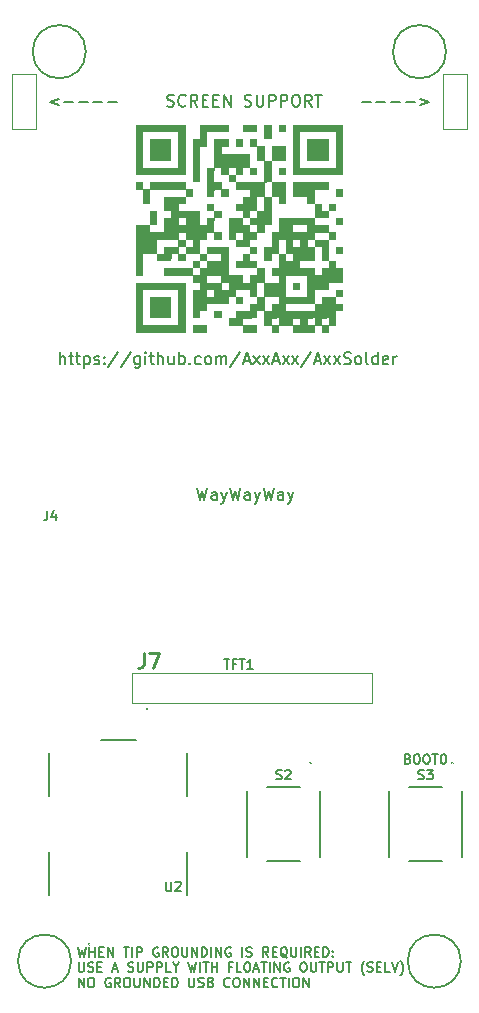
<source format=gbr>
%TF.GenerationSoftware,KiCad,Pcbnew,8.0.6*%
%TF.CreationDate,2024-11-14T19:13:27+01:00*%
%TF.ProjectId,AxxSolder,41787853-6f6c-4646-9572-2e6b69636164,rev?*%
%TF.SameCoordinates,Original*%
%TF.FileFunction,Legend,Top*%
%TF.FilePolarity,Positive*%
%FSLAX46Y46*%
G04 Gerber Fmt 4.6, Leading zero omitted, Abs format (unit mm)*
G04 Created by KiCad (PCBNEW 8.0.6) date 2024-11-14 19:13:27*
%MOMM*%
%LPD*%
G01*
G04 APERTURE LIST*
%ADD10C,0.200000*%
%ADD11C,0.150000*%
%ADD12C,0.254000*%
%ADD13C,0.100000*%
%ADD14C,0.000000*%
G04 APERTURE END LIST*
D10*
X199250000Y-147000000D02*
G75*
G02*
X194750000Y-147000000I-2250000J0D01*
G01*
X194750000Y-147000000D02*
G75*
G02*
X199250000Y-147000000I2250000J0D01*
G01*
X198000000Y-70000000D02*
G75*
G02*
X193500000Y-70000000I-2250000J0D01*
G01*
X193500000Y-70000000D02*
G75*
G02*
X198000000Y-70000000I2250000J0D01*
G01*
X167500000Y-70000000D02*
G75*
G02*
X163000000Y-70000000I-2250000J0D01*
G01*
X163000000Y-70000000D02*
G75*
G02*
X167500000Y-70000000I2250000J0D01*
G01*
X166250000Y-147000000D02*
G75*
G02*
X161750000Y-147000000I-2250000J0D01*
G01*
X161750000Y-147000000D02*
G75*
G02*
X166250000Y-147000000I2250000J0D01*
G01*
X165309522Y-96452219D02*
X165309522Y-95452219D01*
X165738093Y-96452219D02*
X165738093Y-95928409D01*
X165738093Y-95928409D02*
X165690474Y-95833171D01*
X165690474Y-95833171D02*
X165595236Y-95785552D01*
X165595236Y-95785552D02*
X165452379Y-95785552D01*
X165452379Y-95785552D02*
X165357141Y-95833171D01*
X165357141Y-95833171D02*
X165309522Y-95880790D01*
X166071427Y-95785552D02*
X166452379Y-95785552D01*
X166214284Y-95452219D02*
X166214284Y-96309361D01*
X166214284Y-96309361D02*
X166261903Y-96404600D01*
X166261903Y-96404600D02*
X166357141Y-96452219D01*
X166357141Y-96452219D02*
X166452379Y-96452219D01*
X166642856Y-95785552D02*
X167023808Y-95785552D01*
X166785713Y-95452219D02*
X166785713Y-96309361D01*
X166785713Y-96309361D02*
X166833332Y-96404600D01*
X166833332Y-96404600D02*
X166928570Y-96452219D01*
X166928570Y-96452219D02*
X167023808Y-96452219D01*
X167357142Y-95785552D02*
X167357142Y-96785552D01*
X167357142Y-95833171D02*
X167452380Y-95785552D01*
X167452380Y-95785552D02*
X167642856Y-95785552D01*
X167642856Y-95785552D02*
X167738094Y-95833171D01*
X167738094Y-95833171D02*
X167785713Y-95880790D01*
X167785713Y-95880790D02*
X167833332Y-95976028D01*
X167833332Y-95976028D02*
X167833332Y-96261742D01*
X167833332Y-96261742D02*
X167785713Y-96356980D01*
X167785713Y-96356980D02*
X167738094Y-96404600D01*
X167738094Y-96404600D02*
X167642856Y-96452219D01*
X167642856Y-96452219D02*
X167452380Y-96452219D01*
X167452380Y-96452219D02*
X167357142Y-96404600D01*
X168214285Y-96404600D02*
X168309523Y-96452219D01*
X168309523Y-96452219D02*
X168499999Y-96452219D01*
X168499999Y-96452219D02*
X168595237Y-96404600D01*
X168595237Y-96404600D02*
X168642856Y-96309361D01*
X168642856Y-96309361D02*
X168642856Y-96261742D01*
X168642856Y-96261742D02*
X168595237Y-96166504D01*
X168595237Y-96166504D02*
X168499999Y-96118885D01*
X168499999Y-96118885D02*
X168357142Y-96118885D01*
X168357142Y-96118885D02*
X168261904Y-96071266D01*
X168261904Y-96071266D02*
X168214285Y-95976028D01*
X168214285Y-95976028D02*
X168214285Y-95928409D01*
X168214285Y-95928409D02*
X168261904Y-95833171D01*
X168261904Y-95833171D02*
X168357142Y-95785552D01*
X168357142Y-95785552D02*
X168499999Y-95785552D01*
X168499999Y-95785552D02*
X168595237Y-95833171D01*
X169071428Y-96356980D02*
X169119047Y-96404600D01*
X169119047Y-96404600D02*
X169071428Y-96452219D01*
X169071428Y-96452219D02*
X169023809Y-96404600D01*
X169023809Y-96404600D02*
X169071428Y-96356980D01*
X169071428Y-96356980D02*
X169071428Y-96452219D01*
X169071428Y-95833171D02*
X169119047Y-95880790D01*
X169119047Y-95880790D02*
X169071428Y-95928409D01*
X169071428Y-95928409D02*
X169023809Y-95880790D01*
X169023809Y-95880790D02*
X169071428Y-95833171D01*
X169071428Y-95833171D02*
X169071428Y-95928409D01*
X170261903Y-95404600D02*
X169404761Y-96690314D01*
X171309522Y-95404600D02*
X170452380Y-96690314D01*
X172071427Y-95785552D02*
X172071427Y-96595076D01*
X172071427Y-96595076D02*
X172023808Y-96690314D01*
X172023808Y-96690314D02*
X171976189Y-96737933D01*
X171976189Y-96737933D02*
X171880951Y-96785552D01*
X171880951Y-96785552D02*
X171738094Y-96785552D01*
X171738094Y-96785552D02*
X171642856Y-96737933D01*
X172071427Y-96404600D02*
X171976189Y-96452219D01*
X171976189Y-96452219D02*
X171785713Y-96452219D01*
X171785713Y-96452219D02*
X171690475Y-96404600D01*
X171690475Y-96404600D02*
X171642856Y-96356980D01*
X171642856Y-96356980D02*
X171595237Y-96261742D01*
X171595237Y-96261742D02*
X171595237Y-95976028D01*
X171595237Y-95976028D02*
X171642856Y-95880790D01*
X171642856Y-95880790D02*
X171690475Y-95833171D01*
X171690475Y-95833171D02*
X171785713Y-95785552D01*
X171785713Y-95785552D02*
X171976189Y-95785552D01*
X171976189Y-95785552D02*
X172071427Y-95833171D01*
X172547618Y-96452219D02*
X172547618Y-95785552D01*
X172547618Y-95452219D02*
X172499999Y-95499838D01*
X172499999Y-95499838D02*
X172547618Y-95547457D01*
X172547618Y-95547457D02*
X172595237Y-95499838D01*
X172595237Y-95499838D02*
X172547618Y-95452219D01*
X172547618Y-95452219D02*
X172547618Y-95547457D01*
X172880951Y-95785552D02*
X173261903Y-95785552D01*
X173023808Y-95452219D02*
X173023808Y-96309361D01*
X173023808Y-96309361D02*
X173071427Y-96404600D01*
X173071427Y-96404600D02*
X173166665Y-96452219D01*
X173166665Y-96452219D02*
X173261903Y-96452219D01*
X173595237Y-96452219D02*
X173595237Y-95452219D01*
X174023808Y-96452219D02*
X174023808Y-95928409D01*
X174023808Y-95928409D02*
X173976189Y-95833171D01*
X173976189Y-95833171D02*
X173880951Y-95785552D01*
X173880951Y-95785552D02*
X173738094Y-95785552D01*
X173738094Y-95785552D02*
X173642856Y-95833171D01*
X173642856Y-95833171D02*
X173595237Y-95880790D01*
X174928570Y-95785552D02*
X174928570Y-96452219D01*
X174499999Y-95785552D02*
X174499999Y-96309361D01*
X174499999Y-96309361D02*
X174547618Y-96404600D01*
X174547618Y-96404600D02*
X174642856Y-96452219D01*
X174642856Y-96452219D02*
X174785713Y-96452219D01*
X174785713Y-96452219D02*
X174880951Y-96404600D01*
X174880951Y-96404600D02*
X174928570Y-96356980D01*
X175404761Y-96452219D02*
X175404761Y-95452219D01*
X175404761Y-95833171D02*
X175499999Y-95785552D01*
X175499999Y-95785552D02*
X175690475Y-95785552D01*
X175690475Y-95785552D02*
X175785713Y-95833171D01*
X175785713Y-95833171D02*
X175833332Y-95880790D01*
X175833332Y-95880790D02*
X175880951Y-95976028D01*
X175880951Y-95976028D02*
X175880951Y-96261742D01*
X175880951Y-96261742D02*
X175833332Y-96356980D01*
X175833332Y-96356980D02*
X175785713Y-96404600D01*
X175785713Y-96404600D02*
X175690475Y-96452219D01*
X175690475Y-96452219D02*
X175499999Y-96452219D01*
X175499999Y-96452219D02*
X175404761Y-96404600D01*
X176309523Y-96356980D02*
X176357142Y-96404600D01*
X176357142Y-96404600D02*
X176309523Y-96452219D01*
X176309523Y-96452219D02*
X176261904Y-96404600D01*
X176261904Y-96404600D02*
X176309523Y-96356980D01*
X176309523Y-96356980D02*
X176309523Y-96452219D01*
X177214284Y-96404600D02*
X177119046Y-96452219D01*
X177119046Y-96452219D02*
X176928570Y-96452219D01*
X176928570Y-96452219D02*
X176833332Y-96404600D01*
X176833332Y-96404600D02*
X176785713Y-96356980D01*
X176785713Y-96356980D02*
X176738094Y-96261742D01*
X176738094Y-96261742D02*
X176738094Y-95976028D01*
X176738094Y-95976028D02*
X176785713Y-95880790D01*
X176785713Y-95880790D02*
X176833332Y-95833171D01*
X176833332Y-95833171D02*
X176928570Y-95785552D01*
X176928570Y-95785552D02*
X177119046Y-95785552D01*
X177119046Y-95785552D02*
X177214284Y-95833171D01*
X177785713Y-96452219D02*
X177690475Y-96404600D01*
X177690475Y-96404600D02*
X177642856Y-96356980D01*
X177642856Y-96356980D02*
X177595237Y-96261742D01*
X177595237Y-96261742D02*
X177595237Y-95976028D01*
X177595237Y-95976028D02*
X177642856Y-95880790D01*
X177642856Y-95880790D02*
X177690475Y-95833171D01*
X177690475Y-95833171D02*
X177785713Y-95785552D01*
X177785713Y-95785552D02*
X177928570Y-95785552D01*
X177928570Y-95785552D02*
X178023808Y-95833171D01*
X178023808Y-95833171D02*
X178071427Y-95880790D01*
X178071427Y-95880790D02*
X178119046Y-95976028D01*
X178119046Y-95976028D02*
X178119046Y-96261742D01*
X178119046Y-96261742D02*
X178071427Y-96356980D01*
X178071427Y-96356980D02*
X178023808Y-96404600D01*
X178023808Y-96404600D02*
X177928570Y-96452219D01*
X177928570Y-96452219D02*
X177785713Y-96452219D01*
X178547618Y-96452219D02*
X178547618Y-95785552D01*
X178547618Y-95880790D02*
X178595237Y-95833171D01*
X178595237Y-95833171D02*
X178690475Y-95785552D01*
X178690475Y-95785552D02*
X178833332Y-95785552D01*
X178833332Y-95785552D02*
X178928570Y-95833171D01*
X178928570Y-95833171D02*
X178976189Y-95928409D01*
X178976189Y-95928409D02*
X178976189Y-96452219D01*
X178976189Y-95928409D02*
X179023808Y-95833171D01*
X179023808Y-95833171D02*
X179119046Y-95785552D01*
X179119046Y-95785552D02*
X179261903Y-95785552D01*
X179261903Y-95785552D02*
X179357142Y-95833171D01*
X179357142Y-95833171D02*
X179404761Y-95928409D01*
X179404761Y-95928409D02*
X179404761Y-96452219D01*
X180595236Y-95404600D02*
X179738094Y-96690314D01*
X180880951Y-96166504D02*
X181357141Y-96166504D01*
X180785713Y-96452219D02*
X181119046Y-95452219D01*
X181119046Y-95452219D02*
X181452379Y-96452219D01*
X181690475Y-96452219D02*
X182214284Y-95785552D01*
X181690475Y-95785552D02*
X182214284Y-96452219D01*
X182499999Y-96452219D02*
X183023808Y-95785552D01*
X182499999Y-95785552D02*
X183023808Y-96452219D01*
X183357142Y-96166504D02*
X183833332Y-96166504D01*
X183261904Y-96452219D02*
X183595237Y-95452219D01*
X183595237Y-95452219D02*
X183928570Y-96452219D01*
X184166666Y-96452219D02*
X184690475Y-95785552D01*
X184166666Y-95785552D02*
X184690475Y-96452219D01*
X184976190Y-96452219D02*
X185499999Y-95785552D01*
X184976190Y-95785552D02*
X185499999Y-96452219D01*
X186595237Y-95404600D02*
X185738095Y-96690314D01*
X186880952Y-96166504D02*
X187357142Y-96166504D01*
X186785714Y-96452219D02*
X187119047Y-95452219D01*
X187119047Y-95452219D02*
X187452380Y-96452219D01*
X187690476Y-96452219D02*
X188214285Y-95785552D01*
X187690476Y-95785552D02*
X188214285Y-96452219D01*
X188500000Y-96452219D02*
X189023809Y-95785552D01*
X188500000Y-95785552D02*
X189023809Y-96452219D01*
X189357143Y-96404600D02*
X189500000Y-96452219D01*
X189500000Y-96452219D02*
X189738095Y-96452219D01*
X189738095Y-96452219D02*
X189833333Y-96404600D01*
X189833333Y-96404600D02*
X189880952Y-96356980D01*
X189880952Y-96356980D02*
X189928571Y-96261742D01*
X189928571Y-96261742D02*
X189928571Y-96166504D01*
X189928571Y-96166504D02*
X189880952Y-96071266D01*
X189880952Y-96071266D02*
X189833333Y-96023647D01*
X189833333Y-96023647D02*
X189738095Y-95976028D01*
X189738095Y-95976028D02*
X189547619Y-95928409D01*
X189547619Y-95928409D02*
X189452381Y-95880790D01*
X189452381Y-95880790D02*
X189404762Y-95833171D01*
X189404762Y-95833171D02*
X189357143Y-95737933D01*
X189357143Y-95737933D02*
X189357143Y-95642695D01*
X189357143Y-95642695D02*
X189404762Y-95547457D01*
X189404762Y-95547457D02*
X189452381Y-95499838D01*
X189452381Y-95499838D02*
X189547619Y-95452219D01*
X189547619Y-95452219D02*
X189785714Y-95452219D01*
X189785714Y-95452219D02*
X189928571Y-95499838D01*
X190500000Y-96452219D02*
X190404762Y-96404600D01*
X190404762Y-96404600D02*
X190357143Y-96356980D01*
X190357143Y-96356980D02*
X190309524Y-96261742D01*
X190309524Y-96261742D02*
X190309524Y-95976028D01*
X190309524Y-95976028D02*
X190357143Y-95880790D01*
X190357143Y-95880790D02*
X190404762Y-95833171D01*
X190404762Y-95833171D02*
X190500000Y-95785552D01*
X190500000Y-95785552D02*
X190642857Y-95785552D01*
X190642857Y-95785552D02*
X190738095Y-95833171D01*
X190738095Y-95833171D02*
X190785714Y-95880790D01*
X190785714Y-95880790D02*
X190833333Y-95976028D01*
X190833333Y-95976028D02*
X190833333Y-96261742D01*
X190833333Y-96261742D02*
X190785714Y-96356980D01*
X190785714Y-96356980D02*
X190738095Y-96404600D01*
X190738095Y-96404600D02*
X190642857Y-96452219D01*
X190642857Y-96452219D02*
X190500000Y-96452219D01*
X191404762Y-96452219D02*
X191309524Y-96404600D01*
X191309524Y-96404600D02*
X191261905Y-96309361D01*
X191261905Y-96309361D02*
X191261905Y-95452219D01*
X192214286Y-96452219D02*
X192214286Y-95452219D01*
X192214286Y-96404600D02*
X192119048Y-96452219D01*
X192119048Y-96452219D02*
X191928572Y-96452219D01*
X191928572Y-96452219D02*
X191833334Y-96404600D01*
X191833334Y-96404600D02*
X191785715Y-96356980D01*
X191785715Y-96356980D02*
X191738096Y-96261742D01*
X191738096Y-96261742D02*
X191738096Y-95976028D01*
X191738096Y-95976028D02*
X191785715Y-95880790D01*
X191785715Y-95880790D02*
X191833334Y-95833171D01*
X191833334Y-95833171D02*
X191928572Y-95785552D01*
X191928572Y-95785552D02*
X192119048Y-95785552D01*
X192119048Y-95785552D02*
X192214286Y-95833171D01*
X193071429Y-96404600D02*
X192976191Y-96452219D01*
X192976191Y-96452219D02*
X192785715Y-96452219D01*
X192785715Y-96452219D02*
X192690477Y-96404600D01*
X192690477Y-96404600D02*
X192642858Y-96309361D01*
X192642858Y-96309361D02*
X192642858Y-95928409D01*
X192642858Y-95928409D02*
X192690477Y-95833171D01*
X192690477Y-95833171D02*
X192785715Y-95785552D01*
X192785715Y-95785552D02*
X192976191Y-95785552D01*
X192976191Y-95785552D02*
X193071429Y-95833171D01*
X193071429Y-95833171D02*
X193119048Y-95928409D01*
X193119048Y-95928409D02*
X193119048Y-96023647D01*
X193119048Y-96023647D02*
X192642858Y-96118885D01*
X193547620Y-96452219D02*
X193547620Y-95785552D01*
X193547620Y-95976028D02*
X193595239Y-95880790D01*
X193595239Y-95880790D02*
X193642858Y-95833171D01*
X193642858Y-95833171D02*
X193738096Y-95785552D01*
X193738096Y-95785552D02*
X193833334Y-95785552D01*
X176928571Y-106952219D02*
X177166666Y-107952219D01*
X177166666Y-107952219D02*
X177357142Y-107237933D01*
X177357142Y-107237933D02*
X177547618Y-107952219D01*
X177547618Y-107952219D02*
X177785714Y-106952219D01*
X178595237Y-107952219D02*
X178595237Y-107428409D01*
X178595237Y-107428409D02*
X178547618Y-107333171D01*
X178547618Y-107333171D02*
X178452380Y-107285552D01*
X178452380Y-107285552D02*
X178261904Y-107285552D01*
X178261904Y-107285552D02*
X178166666Y-107333171D01*
X178595237Y-107904600D02*
X178499999Y-107952219D01*
X178499999Y-107952219D02*
X178261904Y-107952219D01*
X178261904Y-107952219D02*
X178166666Y-107904600D01*
X178166666Y-107904600D02*
X178119047Y-107809361D01*
X178119047Y-107809361D02*
X178119047Y-107714123D01*
X178119047Y-107714123D02*
X178166666Y-107618885D01*
X178166666Y-107618885D02*
X178261904Y-107571266D01*
X178261904Y-107571266D02*
X178499999Y-107571266D01*
X178499999Y-107571266D02*
X178595237Y-107523647D01*
X178976190Y-107285552D02*
X179214285Y-107952219D01*
X179452380Y-107285552D02*
X179214285Y-107952219D01*
X179214285Y-107952219D02*
X179119047Y-108190314D01*
X179119047Y-108190314D02*
X179071428Y-108237933D01*
X179071428Y-108237933D02*
X178976190Y-108285552D01*
X179738095Y-106952219D02*
X179976190Y-107952219D01*
X179976190Y-107952219D02*
X180166666Y-107237933D01*
X180166666Y-107237933D02*
X180357142Y-107952219D01*
X180357142Y-107952219D02*
X180595238Y-106952219D01*
X181404761Y-107952219D02*
X181404761Y-107428409D01*
X181404761Y-107428409D02*
X181357142Y-107333171D01*
X181357142Y-107333171D02*
X181261904Y-107285552D01*
X181261904Y-107285552D02*
X181071428Y-107285552D01*
X181071428Y-107285552D02*
X180976190Y-107333171D01*
X181404761Y-107904600D02*
X181309523Y-107952219D01*
X181309523Y-107952219D02*
X181071428Y-107952219D01*
X181071428Y-107952219D02*
X180976190Y-107904600D01*
X180976190Y-107904600D02*
X180928571Y-107809361D01*
X180928571Y-107809361D02*
X180928571Y-107714123D01*
X180928571Y-107714123D02*
X180976190Y-107618885D01*
X180976190Y-107618885D02*
X181071428Y-107571266D01*
X181071428Y-107571266D02*
X181309523Y-107571266D01*
X181309523Y-107571266D02*
X181404761Y-107523647D01*
X181785714Y-107285552D02*
X182023809Y-107952219D01*
X182261904Y-107285552D02*
X182023809Y-107952219D01*
X182023809Y-107952219D02*
X181928571Y-108190314D01*
X181928571Y-108190314D02*
X181880952Y-108237933D01*
X181880952Y-108237933D02*
X181785714Y-108285552D01*
X182547619Y-106952219D02*
X182785714Y-107952219D01*
X182785714Y-107952219D02*
X182976190Y-107237933D01*
X182976190Y-107237933D02*
X183166666Y-107952219D01*
X183166666Y-107952219D02*
X183404762Y-106952219D01*
X184214285Y-107952219D02*
X184214285Y-107428409D01*
X184214285Y-107428409D02*
X184166666Y-107333171D01*
X184166666Y-107333171D02*
X184071428Y-107285552D01*
X184071428Y-107285552D02*
X183880952Y-107285552D01*
X183880952Y-107285552D02*
X183785714Y-107333171D01*
X184214285Y-107904600D02*
X184119047Y-107952219D01*
X184119047Y-107952219D02*
X183880952Y-107952219D01*
X183880952Y-107952219D02*
X183785714Y-107904600D01*
X183785714Y-107904600D02*
X183738095Y-107809361D01*
X183738095Y-107809361D02*
X183738095Y-107714123D01*
X183738095Y-107714123D02*
X183785714Y-107618885D01*
X183785714Y-107618885D02*
X183880952Y-107571266D01*
X183880952Y-107571266D02*
X184119047Y-107571266D01*
X184119047Y-107571266D02*
X184214285Y-107523647D01*
X184595238Y-107285552D02*
X184833333Y-107952219D01*
X185071428Y-107285552D02*
X184833333Y-107952219D01*
X184833333Y-107952219D02*
X184738095Y-108190314D01*
X184738095Y-108190314D02*
X184690476Y-108237933D01*
X184690476Y-108237933D02*
X184595238Y-108285552D01*
X165190476Y-73985552D02*
X164428571Y-74271266D01*
X164428571Y-74271266D02*
X165190476Y-74556980D01*
X165666666Y-74271266D02*
X166428571Y-74271266D01*
X166904761Y-74271266D02*
X167666666Y-74271266D01*
X168142856Y-74271266D02*
X168904761Y-74271266D01*
X169380951Y-74271266D02*
X170142856Y-74271266D01*
X174380952Y-74604600D02*
X174523809Y-74652219D01*
X174523809Y-74652219D02*
X174761904Y-74652219D01*
X174761904Y-74652219D02*
X174857142Y-74604600D01*
X174857142Y-74604600D02*
X174904761Y-74556980D01*
X174904761Y-74556980D02*
X174952380Y-74461742D01*
X174952380Y-74461742D02*
X174952380Y-74366504D01*
X174952380Y-74366504D02*
X174904761Y-74271266D01*
X174904761Y-74271266D02*
X174857142Y-74223647D01*
X174857142Y-74223647D02*
X174761904Y-74176028D01*
X174761904Y-74176028D02*
X174571428Y-74128409D01*
X174571428Y-74128409D02*
X174476190Y-74080790D01*
X174476190Y-74080790D02*
X174428571Y-74033171D01*
X174428571Y-74033171D02*
X174380952Y-73937933D01*
X174380952Y-73937933D02*
X174380952Y-73842695D01*
X174380952Y-73842695D02*
X174428571Y-73747457D01*
X174428571Y-73747457D02*
X174476190Y-73699838D01*
X174476190Y-73699838D02*
X174571428Y-73652219D01*
X174571428Y-73652219D02*
X174809523Y-73652219D01*
X174809523Y-73652219D02*
X174952380Y-73699838D01*
X175952380Y-74556980D02*
X175904761Y-74604600D01*
X175904761Y-74604600D02*
X175761904Y-74652219D01*
X175761904Y-74652219D02*
X175666666Y-74652219D01*
X175666666Y-74652219D02*
X175523809Y-74604600D01*
X175523809Y-74604600D02*
X175428571Y-74509361D01*
X175428571Y-74509361D02*
X175380952Y-74414123D01*
X175380952Y-74414123D02*
X175333333Y-74223647D01*
X175333333Y-74223647D02*
X175333333Y-74080790D01*
X175333333Y-74080790D02*
X175380952Y-73890314D01*
X175380952Y-73890314D02*
X175428571Y-73795076D01*
X175428571Y-73795076D02*
X175523809Y-73699838D01*
X175523809Y-73699838D02*
X175666666Y-73652219D01*
X175666666Y-73652219D02*
X175761904Y-73652219D01*
X175761904Y-73652219D02*
X175904761Y-73699838D01*
X175904761Y-73699838D02*
X175952380Y-73747457D01*
X176952380Y-74652219D02*
X176619047Y-74176028D01*
X176380952Y-74652219D02*
X176380952Y-73652219D01*
X176380952Y-73652219D02*
X176761904Y-73652219D01*
X176761904Y-73652219D02*
X176857142Y-73699838D01*
X176857142Y-73699838D02*
X176904761Y-73747457D01*
X176904761Y-73747457D02*
X176952380Y-73842695D01*
X176952380Y-73842695D02*
X176952380Y-73985552D01*
X176952380Y-73985552D02*
X176904761Y-74080790D01*
X176904761Y-74080790D02*
X176857142Y-74128409D01*
X176857142Y-74128409D02*
X176761904Y-74176028D01*
X176761904Y-74176028D02*
X176380952Y-74176028D01*
X177380952Y-74128409D02*
X177714285Y-74128409D01*
X177857142Y-74652219D02*
X177380952Y-74652219D01*
X177380952Y-74652219D02*
X177380952Y-73652219D01*
X177380952Y-73652219D02*
X177857142Y-73652219D01*
X178285714Y-74128409D02*
X178619047Y-74128409D01*
X178761904Y-74652219D02*
X178285714Y-74652219D01*
X178285714Y-74652219D02*
X178285714Y-73652219D01*
X178285714Y-73652219D02*
X178761904Y-73652219D01*
X179190476Y-74652219D02*
X179190476Y-73652219D01*
X179190476Y-73652219D02*
X179761904Y-74652219D01*
X179761904Y-74652219D02*
X179761904Y-73652219D01*
X180952381Y-74604600D02*
X181095238Y-74652219D01*
X181095238Y-74652219D02*
X181333333Y-74652219D01*
X181333333Y-74652219D02*
X181428571Y-74604600D01*
X181428571Y-74604600D02*
X181476190Y-74556980D01*
X181476190Y-74556980D02*
X181523809Y-74461742D01*
X181523809Y-74461742D02*
X181523809Y-74366504D01*
X181523809Y-74366504D02*
X181476190Y-74271266D01*
X181476190Y-74271266D02*
X181428571Y-74223647D01*
X181428571Y-74223647D02*
X181333333Y-74176028D01*
X181333333Y-74176028D02*
X181142857Y-74128409D01*
X181142857Y-74128409D02*
X181047619Y-74080790D01*
X181047619Y-74080790D02*
X181000000Y-74033171D01*
X181000000Y-74033171D02*
X180952381Y-73937933D01*
X180952381Y-73937933D02*
X180952381Y-73842695D01*
X180952381Y-73842695D02*
X181000000Y-73747457D01*
X181000000Y-73747457D02*
X181047619Y-73699838D01*
X181047619Y-73699838D02*
X181142857Y-73652219D01*
X181142857Y-73652219D02*
X181380952Y-73652219D01*
X181380952Y-73652219D02*
X181523809Y-73699838D01*
X181952381Y-73652219D02*
X181952381Y-74461742D01*
X181952381Y-74461742D02*
X182000000Y-74556980D01*
X182000000Y-74556980D02*
X182047619Y-74604600D01*
X182047619Y-74604600D02*
X182142857Y-74652219D01*
X182142857Y-74652219D02*
X182333333Y-74652219D01*
X182333333Y-74652219D02*
X182428571Y-74604600D01*
X182428571Y-74604600D02*
X182476190Y-74556980D01*
X182476190Y-74556980D02*
X182523809Y-74461742D01*
X182523809Y-74461742D02*
X182523809Y-73652219D01*
X183000000Y-74652219D02*
X183000000Y-73652219D01*
X183000000Y-73652219D02*
X183380952Y-73652219D01*
X183380952Y-73652219D02*
X183476190Y-73699838D01*
X183476190Y-73699838D02*
X183523809Y-73747457D01*
X183523809Y-73747457D02*
X183571428Y-73842695D01*
X183571428Y-73842695D02*
X183571428Y-73985552D01*
X183571428Y-73985552D02*
X183523809Y-74080790D01*
X183523809Y-74080790D02*
X183476190Y-74128409D01*
X183476190Y-74128409D02*
X183380952Y-74176028D01*
X183380952Y-74176028D02*
X183000000Y-74176028D01*
X184000000Y-74652219D02*
X184000000Y-73652219D01*
X184000000Y-73652219D02*
X184380952Y-73652219D01*
X184380952Y-73652219D02*
X184476190Y-73699838D01*
X184476190Y-73699838D02*
X184523809Y-73747457D01*
X184523809Y-73747457D02*
X184571428Y-73842695D01*
X184571428Y-73842695D02*
X184571428Y-73985552D01*
X184571428Y-73985552D02*
X184523809Y-74080790D01*
X184523809Y-74080790D02*
X184476190Y-74128409D01*
X184476190Y-74128409D02*
X184380952Y-74176028D01*
X184380952Y-74176028D02*
X184000000Y-74176028D01*
X185190476Y-73652219D02*
X185380952Y-73652219D01*
X185380952Y-73652219D02*
X185476190Y-73699838D01*
X185476190Y-73699838D02*
X185571428Y-73795076D01*
X185571428Y-73795076D02*
X185619047Y-73985552D01*
X185619047Y-73985552D02*
X185619047Y-74318885D01*
X185619047Y-74318885D02*
X185571428Y-74509361D01*
X185571428Y-74509361D02*
X185476190Y-74604600D01*
X185476190Y-74604600D02*
X185380952Y-74652219D01*
X185380952Y-74652219D02*
X185190476Y-74652219D01*
X185190476Y-74652219D02*
X185095238Y-74604600D01*
X185095238Y-74604600D02*
X185000000Y-74509361D01*
X185000000Y-74509361D02*
X184952381Y-74318885D01*
X184952381Y-74318885D02*
X184952381Y-73985552D01*
X184952381Y-73985552D02*
X185000000Y-73795076D01*
X185000000Y-73795076D02*
X185095238Y-73699838D01*
X185095238Y-73699838D02*
X185190476Y-73652219D01*
X186619047Y-74652219D02*
X186285714Y-74176028D01*
X186047619Y-74652219D02*
X186047619Y-73652219D01*
X186047619Y-73652219D02*
X186428571Y-73652219D01*
X186428571Y-73652219D02*
X186523809Y-73699838D01*
X186523809Y-73699838D02*
X186571428Y-73747457D01*
X186571428Y-73747457D02*
X186619047Y-73842695D01*
X186619047Y-73842695D02*
X186619047Y-73985552D01*
X186619047Y-73985552D02*
X186571428Y-74080790D01*
X186571428Y-74080790D02*
X186523809Y-74128409D01*
X186523809Y-74128409D02*
X186428571Y-74176028D01*
X186428571Y-74176028D02*
X186047619Y-74176028D01*
X186904762Y-73652219D02*
X187476190Y-73652219D01*
X187190476Y-74652219D02*
X187190476Y-73652219D01*
X190857144Y-74271266D02*
X191619049Y-74271266D01*
X192095239Y-74271266D02*
X192857144Y-74271266D01*
X193333334Y-74271266D02*
X194095239Y-74271266D01*
X194571429Y-74271266D02*
X195333334Y-74271266D01*
X195809524Y-73985552D02*
X196571429Y-74271266D01*
X196571429Y-74271266D02*
X195809524Y-74556980D01*
D11*
X194755826Y-129875247D02*
X194870112Y-129913342D01*
X194870112Y-129913342D02*
X194908207Y-129951438D01*
X194908207Y-129951438D02*
X194946303Y-130027628D01*
X194946303Y-130027628D02*
X194946303Y-130141914D01*
X194946303Y-130141914D02*
X194908207Y-130218104D01*
X194908207Y-130218104D02*
X194870112Y-130256200D01*
X194870112Y-130256200D02*
X194793922Y-130294295D01*
X194793922Y-130294295D02*
X194489160Y-130294295D01*
X194489160Y-130294295D02*
X194489160Y-129494295D01*
X194489160Y-129494295D02*
X194755826Y-129494295D01*
X194755826Y-129494295D02*
X194832017Y-129532390D01*
X194832017Y-129532390D02*
X194870112Y-129570485D01*
X194870112Y-129570485D02*
X194908207Y-129646676D01*
X194908207Y-129646676D02*
X194908207Y-129722866D01*
X194908207Y-129722866D02*
X194870112Y-129799057D01*
X194870112Y-129799057D02*
X194832017Y-129837152D01*
X194832017Y-129837152D02*
X194755826Y-129875247D01*
X194755826Y-129875247D02*
X194489160Y-129875247D01*
X195441541Y-129494295D02*
X195593922Y-129494295D01*
X195593922Y-129494295D02*
X195670112Y-129532390D01*
X195670112Y-129532390D02*
X195746303Y-129608580D01*
X195746303Y-129608580D02*
X195784398Y-129760961D01*
X195784398Y-129760961D02*
X195784398Y-130027628D01*
X195784398Y-130027628D02*
X195746303Y-130180009D01*
X195746303Y-130180009D02*
X195670112Y-130256200D01*
X195670112Y-130256200D02*
X195593922Y-130294295D01*
X195593922Y-130294295D02*
X195441541Y-130294295D01*
X195441541Y-130294295D02*
X195365350Y-130256200D01*
X195365350Y-130256200D02*
X195289160Y-130180009D01*
X195289160Y-130180009D02*
X195251064Y-130027628D01*
X195251064Y-130027628D02*
X195251064Y-129760961D01*
X195251064Y-129760961D02*
X195289160Y-129608580D01*
X195289160Y-129608580D02*
X195365350Y-129532390D01*
X195365350Y-129532390D02*
X195441541Y-129494295D01*
X196279636Y-129494295D02*
X196432017Y-129494295D01*
X196432017Y-129494295D02*
X196508207Y-129532390D01*
X196508207Y-129532390D02*
X196584398Y-129608580D01*
X196584398Y-129608580D02*
X196622493Y-129760961D01*
X196622493Y-129760961D02*
X196622493Y-130027628D01*
X196622493Y-130027628D02*
X196584398Y-130180009D01*
X196584398Y-130180009D02*
X196508207Y-130256200D01*
X196508207Y-130256200D02*
X196432017Y-130294295D01*
X196432017Y-130294295D02*
X196279636Y-130294295D01*
X196279636Y-130294295D02*
X196203445Y-130256200D01*
X196203445Y-130256200D02*
X196127255Y-130180009D01*
X196127255Y-130180009D02*
X196089159Y-130027628D01*
X196089159Y-130027628D02*
X196089159Y-129760961D01*
X196089159Y-129760961D02*
X196127255Y-129608580D01*
X196127255Y-129608580D02*
X196203445Y-129532390D01*
X196203445Y-129532390D02*
X196279636Y-129494295D01*
X196851064Y-129494295D02*
X197308207Y-129494295D01*
X197079635Y-130294295D02*
X197079635Y-129494295D01*
X197727255Y-129494295D02*
X197803445Y-129494295D01*
X197803445Y-129494295D02*
X197879636Y-129532390D01*
X197879636Y-129532390D02*
X197917731Y-129570485D01*
X197917731Y-129570485D02*
X197955826Y-129646676D01*
X197955826Y-129646676D02*
X197993921Y-129799057D01*
X197993921Y-129799057D02*
X197993921Y-129989533D01*
X197993921Y-129989533D02*
X197955826Y-130141914D01*
X197955826Y-130141914D02*
X197917731Y-130218104D01*
X197917731Y-130218104D02*
X197879636Y-130256200D01*
X197879636Y-130256200D02*
X197803445Y-130294295D01*
X197803445Y-130294295D02*
X197727255Y-130294295D01*
X197727255Y-130294295D02*
X197651064Y-130256200D01*
X197651064Y-130256200D02*
X197612969Y-130218104D01*
X197612969Y-130218104D02*
X197574874Y-130141914D01*
X197574874Y-130141914D02*
X197536778Y-129989533D01*
X197536778Y-129989533D02*
X197536778Y-129799057D01*
X197536778Y-129799057D02*
X197574874Y-129646676D01*
X197574874Y-129646676D02*
X197612969Y-129570485D01*
X197612969Y-129570485D02*
X197651064Y-129532390D01*
X197651064Y-129532390D02*
X197727255Y-129494295D01*
X166812969Y-145818385D02*
X167003445Y-146618385D01*
X167003445Y-146618385D02*
X167155826Y-146046956D01*
X167155826Y-146046956D02*
X167308207Y-146618385D01*
X167308207Y-146618385D02*
X167498684Y-145818385D01*
X167803446Y-146618385D02*
X167803446Y-145818385D01*
X167803446Y-146199337D02*
X168260589Y-146199337D01*
X168260589Y-146618385D02*
X168260589Y-145818385D01*
X168641541Y-146199337D02*
X168908207Y-146199337D01*
X169022493Y-146618385D02*
X168641541Y-146618385D01*
X168641541Y-146618385D02*
X168641541Y-145818385D01*
X168641541Y-145818385D02*
X169022493Y-145818385D01*
X169365351Y-146618385D02*
X169365351Y-145818385D01*
X169365351Y-145818385D02*
X169822494Y-146618385D01*
X169822494Y-146618385D02*
X169822494Y-145818385D01*
X170698684Y-145818385D02*
X171155827Y-145818385D01*
X170927255Y-146618385D02*
X170927255Y-145818385D01*
X171422494Y-146618385D02*
X171422494Y-145818385D01*
X171803446Y-146618385D02*
X171803446Y-145818385D01*
X171803446Y-145818385D02*
X172108208Y-145818385D01*
X172108208Y-145818385D02*
X172184398Y-145856480D01*
X172184398Y-145856480D02*
X172222493Y-145894575D01*
X172222493Y-145894575D02*
X172260589Y-145970766D01*
X172260589Y-145970766D02*
X172260589Y-146085051D01*
X172260589Y-146085051D02*
X172222493Y-146161242D01*
X172222493Y-146161242D02*
X172184398Y-146199337D01*
X172184398Y-146199337D02*
X172108208Y-146237432D01*
X172108208Y-146237432D02*
X171803446Y-146237432D01*
X173632017Y-145856480D02*
X173555827Y-145818385D01*
X173555827Y-145818385D02*
X173441541Y-145818385D01*
X173441541Y-145818385D02*
X173327255Y-145856480D01*
X173327255Y-145856480D02*
X173251065Y-145932670D01*
X173251065Y-145932670D02*
X173212970Y-146008861D01*
X173212970Y-146008861D02*
X173174874Y-146161242D01*
X173174874Y-146161242D02*
X173174874Y-146275528D01*
X173174874Y-146275528D02*
X173212970Y-146427909D01*
X173212970Y-146427909D02*
X173251065Y-146504099D01*
X173251065Y-146504099D02*
X173327255Y-146580290D01*
X173327255Y-146580290D02*
X173441541Y-146618385D01*
X173441541Y-146618385D02*
X173517732Y-146618385D01*
X173517732Y-146618385D02*
X173632017Y-146580290D01*
X173632017Y-146580290D02*
X173670113Y-146542194D01*
X173670113Y-146542194D02*
X173670113Y-146275528D01*
X173670113Y-146275528D02*
X173517732Y-146275528D01*
X174470113Y-146618385D02*
X174203446Y-146237432D01*
X174012970Y-146618385D02*
X174012970Y-145818385D01*
X174012970Y-145818385D02*
X174317732Y-145818385D01*
X174317732Y-145818385D02*
X174393922Y-145856480D01*
X174393922Y-145856480D02*
X174432017Y-145894575D01*
X174432017Y-145894575D02*
X174470113Y-145970766D01*
X174470113Y-145970766D02*
X174470113Y-146085051D01*
X174470113Y-146085051D02*
X174432017Y-146161242D01*
X174432017Y-146161242D02*
X174393922Y-146199337D01*
X174393922Y-146199337D02*
X174317732Y-146237432D01*
X174317732Y-146237432D02*
X174012970Y-146237432D01*
X174965351Y-145818385D02*
X175117732Y-145818385D01*
X175117732Y-145818385D02*
X175193922Y-145856480D01*
X175193922Y-145856480D02*
X175270113Y-145932670D01*
X175270113Y-145932670D02*
X175308208Y-146085051D01*
X175308208Y-146085051D02*
X175308208Y-146351718D01*
X175308208Y-146351718D02*
X175270113Y-146504099D01*
X175270113Y-146504099D02*
X175193922Y-146580290D01*
X175193922Y-146580290D02*
X175117732Y-146618385D01*
X175117732Y-146618385D02*
X174965351Y-146618385D01*
X174965351Y-146618385D02*
X174889160Y-146580290D01*
X174889160Y-146580290D02*
X174812970Y-146504099D01*
X174812970Y-146504099D02*
X174774874Y-146351718D01*
X174774874Y-146351718D02*
X174774874Y-146085051D01*
X174774874Y-146085051D02*
X174812970Y-145932670D01*
X174812970Y-145932670D02*
X174889160Y-145856480D01*
X174889160Y-145856480D02*
X174965351Y-145818385D01*
X175651065Y-145818385D02*
X175651065Y-146466004D01*
X175651065Y-146466004D02*
X175689160Y-146542194D01*
X175689160Y-146542194D02*
X175727255Y-146580290D01*
X175727255Y-146580290D02*
X175803446Y-146618385D01*
X175803446Y-146618385D02*
X175955827Y-146618385D01*
X175955827Y-146618385D02*
X176032017Y-146580290D01*
X176032017Y-146580290D02*
X176070112Y-146542194D01*
X176070112Y-146542194D02*
X176108208Y-146466004D01*
X176108208Y-146466004D02*
X176108208Y-145818385D01*
X176489160Y-146618385D02*
X176489160Y-145818385D01*
X176489160Y-145818385D02*
X176946303Y-146618385D01*
X176946303Y-146618385D02*
X176946303Y-145818385D01*
X177327255Y-146618385D02*
X177327255Y-145818385D01*
X177327255Y-145818385D02*
X177517731Y-145818385D01*
X177517731Y-145818385D02*
X177632017Y-145856480D01*
X177632017Y-145856480D02*
X177708207Y-145932670D01*
X177708207Y-145932670D02*
X177746302Y-146008861D01*
X177746302Y-146008861D02*
X177784398Y-146161242D01*
X177784398Y-146161242D02*
X177784398Y-146275528D01*
X177784398Y-146275528D02*
X177746302Y-146427909D01*
X177746302Y-146427909D02*
X177708207Y-146504099D01*
X177708207Y-146504099D02*
X177632017Y-146580290D01*
X177632017Y-146580290D02*
X177517731Y-146618385D01*
X177517731Y-146618385D02*
X177327255Y-146618385D01*
X178127255Y-146618385D02*
X178127255Y-145818385D01*
X178508207Y-146618385D02*
X178508207Y-145818385D01*
X178508207Y-145818385D02*
X178965350Y-146618385D01*
X178965350Y-146618385D02*
X178965350Y-145818385D01*
X179765349Y-145856480D02*
X179689159Y-145818385D01*
X179689159Y-145818385D02*
X179574873Y-145818385D01*
X179574873Y-145818385D02*
X179460587Y-145856480D01*
X179460587Y-145856480D02*
X179384397Y-145932670D01*
X179384397Y-145932670D02*
X179346302Y-146008861D01*
X179346302Y-146008861D02*
X179308206Y-146161242D01*
X179308206Y-146161242D02*
X179308206Y-146275528D01*
X179308206Y-146275528D02*
X179346302Y-146427909D01*
X179346302Y-146427909D02*
X179384397Y-146504099D01*
X179384397Y-146504099D02*
X179460587Y-146580290D01*
X179460587Y-146580290D02*
X179574873Y-146618385D01*
X179574873Y-146618385D02*
X179651064Y-146618385D01*
X179651064Y-146618385D02*
X179765349Y-146580290D01*
X179765349Y-146580290D02*
X179803445Y-146542194D01*
X179803445Y-146542194D02*
X179803445Y-146275528D01*
X179803445Y-146275528D02*
X179651064Y-146275528D01*
X180755826Y-146618385D02*
X180755826Y-145818385D01*
X181098682Y-146580290D02*
X181212968Y-146618385D01*
X181212968Y-146618385D02*
X181403444Y-146618385D01*
X181403444Y-146618385D02*
X181479635Y-146580290D01*
X181479635Y-146580290D02*
X181517730Y-146542194D01*
X181517730Y-146542194D02*
X181555825Y-146466004D01*
X181555825Y-146466004D02*
X181555825Y-146389813D01*
X181555825Y-146389813D02*
X181517730Y-146313623D01*
X181517730Y-146313623D02*
X181479635Y-146275528D01*
X181479635Y-146275528D02*
X181403444Y-146237432D01*
X181403444Y-146237432D02*
X181251063Y-146199337D01*
X181251063Y-146199337D02*
X181174873Y-146161242D01*
X181174873Y-146161242D02*
X181136778Y-146123147D01*
X181136778Y-146123147D02*
X181098682Y-146046956D01*
X181098682Y-146046956D02*
X181098682Y-145970766D01*
X181098682Y-145970766D02*
X181136778Y-145894575D01*
X181136778Y-145894575D02*
X181174873Y-145856480D01*
X181174873Y-145856480D02*
X181251063Y-145818385D01*
X181251063Y-145818385D02*
X181441540Y-145818385D01*
X181441540Y-145818385D02*
X181555825Y-145856480D01*
X182965350Y-146618385D02*
X182698683Y-146237432D01*
X182508207Y-146618385D02*
X182508207Y-145818385D01*
X182508207Y-145818385D02*
X182812969Y-145818385D01*
X182812969Y-145818385D02*
X182889159Y-145856480D01*
X182889159Y-145856480D02*
X182927254Y-145894575D01*
X182927254Y-145894575D02*
X182965350Y-145970766D01*
X182965350Y-145970766D02*
X182965350Y-146085051D01*
X182965350Y-146085051D02*
X182927254Y-146161242D01*
X182927254Y-146161242D02*
X182889159Y-146199337D01*
X182889159Y-146199337D02*
X182812969Y-146237432D01*
X182812969Y-146237432D02*
X182508207Y-146237432D01*
X183308207Y-146199337D02*
X183574873Y-146199337D01*
X183689159Y-146618385D02*
X183308207Y-146618385D01*
X183308207Y-146618385D02*
X183308207Y-145818385D01*
X183308207Y-145818385D02*
X183689159Y-145818385D01*
X184565350Y-146694575D02*
X184489160Y-146656480D01*
X184489160Y-146656480D02*
X184412969Y-146580290D01*
X184412969Y-146580290D02*
X184298683Y-146466004D01*
X184298683Y-146466004D02*
X184222493Y-146427909D01*
X184222493Y-146427909D02*
X184146302Y-146427909D01*
X184184398Y-146618385D02*
X184108207Y-146580290D01*
X184108207Y-146580290D02*
X184032017Y-146504099D01*
X184032017Y-146504099D02*
X183993921Y-146351718D01*
X183993921Y-146351718D02*
X183993921Y-146085051D01*
X183993921Y-146085051D02*
X184032017Y-145932670D01*
X184032017Y-145932670D02*
X184108207Y-145856480D01*
X184108207Y-145856480D02*
X184184398Y-145818385D01*
X184184398Y-145818385D02*
X184336779Y-145818385D01*
X184336779Y-145818385D02*
X184412969Y-145856480D01*
X184412969Y-145856480D02*
X184489160Y-145932670D01*
X184489160Y-145932670D02*
X184527255Y-146085051D01*
X184527255Y-146085051D02*
X184527255Y-146351718D01*
X184527255Y-146351718D02*
X184489160Y-146504099D01*
X184489160Y-146504099D02*
X184412969Y-146580290D01*
X184412969Y-146580290D02*
X184336779Y-146618385D01*
X184336779Y-146618385D02*
X184184398Y-146618385D01*
X184870112Y-145818385D02*
X184870112Y-146466004D01*
X184870112Y-146466004D02*
X184908207Y-146542194D01*
X184908207Y-146542194D02*
X184946302Y-146580290D01*
X184946302Y-146580290D02*
X185022493Y-146618385D01*
X185022493Y-146618385D02*
X185174874Y-146618385D01*
X185174874Y-146618385D02*
X185251064Y-146580290D01*
X185251064Y-146580290D02*
X185289159Y-146542194D01*
X185289159Y-146542194D02*
X185327255Y-146466004D01*
X185327255Y-146466004D02*
X185327255Y-145818385D01*
X185708207Y-146618385D02*
X185708207Y-145818385D01*
X186546302Y-146618385D02*
X186279635Y-146237432D01*
X186089159Y-146618385D02*
X186089159Y-145818385D01*
X186089159Y-145818385D02*
X186393921Y-145818385D01*
X186393921Y-145818385D02*
X186470111Y-145856480D01*
X186470111Y-145856480D02*
X186508206Y-145894575D01*
X186508206Y-145894575D02*
X186546302Y-145970766D01*
X186546302Y-145970766D02*
X186546302Y-146085051D01*
X186546302Y-146085051D02*
X186508206Y-146161242D01*
X186508206Y-146161242D02*
X186470111Y-146199337D01*
X186470111Y-146199337D02*
X186393921Y-146237432D01*
X186393921Y-146237432D02*
X186089159Y-146237432D01*
X186889159Y-146199337D02*
X187155825Y-146199337D01*
X187270111Y-146618385D02*
X186889159Y-146618385D01*
X186889159Y-146618385D02*
X186889159Y-145818385D01*
X186889159Y-145818385D02*
X187270111Y-145818385D01*
X187612969Y-146618385D02*
X187612969Y-145818385D01*
X187612969Y-145818385D02*
X187803445Y-145818385D01*
X187803445Y-145818385D02*
X187917731Y-145856480D01*
X187917731Y-145856480D02*
X187993921Y-145932670D01*
X187993921Y-145932670D02*
X188032016Y-146008861D01*
X188032016Y-146008861D02*
X188070112Y-146161242D01*
X188070112Y-146161242D02*
X188070112Y-146275528D01*
X188070112Y-146275528D02*
X188032016Y-146427909D01*
X188032016Y-146427909D02*
X187993921Y-146504099D01*
X187993921Y-146504099D02*
X187917731Y-146580290D01*
X187917731Y-146580290D02*
X187803445Y-146618385D01*
X187803445Y-146618385D02*
X187612969Y-146618385D01*
X188412969Y-146542194D02*
X188451064Y-146580290D01*
X188451064Y-146580290D02*
X188412969Y-146618385D01*
X188412969Y-146618385D02*
X188374873Y-146580290D01*
X188374873Y-146580290D02*
X188412969Y-146542194D01*
X188412969Y-146542194D02*
X188412969Y-146618385D01*
X188412969Y-146123147D02*
X188451064Y-146161242D01*
X188451064Y-146161242D02*
X188412969Y-146199337D01*
X188412969Y-146199337D02*
X188374873Y-146161242D01*
X188374873Y-146161242D02*
X188412969Y-146123147D01*
X188412969Y-146123147D02*
X188412969Y-146199337D01*
X166889160Y-147106340D02*
X166889160Y-147753959D01*
X166889160Y-147753959D02*
X166927255Y-147830149D01*
X166927255Y-147830149D02*
X166965350Y-147868245D01*
X166965350Y-147868245D02*
X167041541Y-147906340D01*
X167041541Y-147906340D02*
X167193922Y-147906340D01*
X167193922Y-147906340D02*
X167270112Y-147868245D01*
X167270112Y-147868245D02*
X167308207Y-147830149D01*
X167308207Y-147830149D02*
X167346303Y-147753959D01*
X167346303Y-147753959D02*
X167346303Y-147106340D01*
X167689159Y-147868245D02*
X167803445Y-147906340D01*
X167803445Y-147906340D02*
X167993921Y-147906340D01*
X167993921Y-147906340D02*
X168070112Y-147868245D01*
X168070112Y-147868245D02*
X168108207Y-147830149D01*
X168108207Y-147830149D02*
X168146302Y-147753959D01*
X168146302Y-147753959D02*
X168146302Y-147677768D01*
X168146302Y-147677768D02*
X168108207Y-147601578D01*
X168108207Y-147601578D02*
X168070112Y-147563483D01*
X168070112Y-147563483D02*
X167993921Y-147525387D01*
X167993921Y-147525387D02*
X167841540Y-147487292D01*
X167841540Y-147487292D02*
X167765350Y-147449197D01*
X167765350Y-147449197D02*
X167727255Y-147411102D01*
X167727255Y-147411102D02*
X167689159Y-147334911D01*
X167689159Y-147334911D02*
X167689159Y-147258721D01*
X167689159Y-147258721D02*
X167727255Y-147182530D01*
X167727255Y-147182530D02*
X167765350Y-147144435D01*
X167765350Y-147144435D02*
X167841540Y-147106340D01*
X167841540Y-147106340D02*
X168032017Y-147106340D01*
X168032017Y-147106340D02*
X168146302Y-147144435D01*
X168489160Y-147487292D02*
X168755826Y-147487292D01*
X168870112Y-147906340D02*
X168489160Y-147906340D01*
X168489160Y-147906340D02*
X168489160Y-147106340D01*
X168489160Y-147106340D02*
X168870112Y-147106340D01*
X169784398Y-147677768D02*
X170165351Y-147677768D01*
X169708208Y-147906340D02*
X169974875Y-147106340D01*
X169974875Y-147106340D02*
X170241541Y-147906340D01*
X171079636Y-147868245D02*
X171193922Y-147906340D01*
X171193922Y-147906340D02*
X171384398Y-147906340D01*
X171384398Y-147906340D02*
X171460589Y-147868245D01*
X171460589Y-147868245D02*
X171498684Y-147830149D01*
X171498684Y-147830149D02*
X171536779Y-147753959D01*
X171536779Y-147753959D02*
X171536779Y-147677768D01*
X171536779Y-147677768D02*
X171498684Y-147601578D01*
X171498684Y-147601578D02*
X171460589Y-147563483D01*
X171460589Y-147563483D02*
X171384398Y-147525387D01*
X171384398Y-147525387D02*
X171232017Y-147487292D01*
X171232017Y-147487292D02*
X171155827Y-147449197D01*
X171155827Y-147449197D02*
X171117732Y-147411102D01*
X171117732Y-147411102D02*
X171079636Y-147334911D01*
X171079636Y-147334911D02*
X171079636Y-147258721D01*
X171079636Y-147258721D02*
X171117732Y-147182530D01*
X171117732Y-147182530D02*
X171155827Y-147144435D01*
X171155827Y-147144435D02*
X171232017Y-147106340D01*
X171232017Y-147106340D02*
X171422494Y-147106340D01*
X171422494Y-147106340D02*
X171536779Y-147144435D01*
X171879637Y-147106340D02*
X171879637Y-147753959D01*
X171879637Y-147753959D02*
X171917732Y-147830149D01*
X171917732Y-147830149D02*
X171955827Y-147868245D01*
X171955827Y-147868245D02*
X172032018Y-147906340D01*
X172032018Y-147906340D02*
X172184399Y-147906340D01*
X172184399Y-147906340D02*
X172260589Y-147868245D01*
X172260589Y-147868245D02*
X172298684Y-147830149D01*
X172298684Y-147830149D02*
X172336780Y-147753959D01*
X172336780Y-147753959D02*
X172336780Y-147106340D01*
X172717732Y-147906340D02*
X172717732Y-147106340D01*
X172717732Y-147106340D02*
X173022494Y-147106340D01*
X173022494Y-147106340D02*
X173098684Y-147144435D01*
X173098684Y-147144435D02*
X173136779Y-147182530D01*
X173136779Y-147182530D02*
X173174875Y-147258721D01*
X173174875Y-147258721D02*
X173174875Y-147373006D01*
X173174875Y-147373006D02*
X173136779Y-147449197D01*
X173136779Y-147449197D02*
X173098684Y-147487292D01*
X173098684Y-147487292D02*
X173022494Y-147525387D01*
X173022494Y-147525387D02*
X172717732Y-147525387D01*
X173517732Y-147906340D02*
X173517732Y-147106340D01*
X173517732Y-147106340D02*
X173822494Y-147106340D01*
X173822494Y-147106340D02*
X173898684Y-147144435D01*
X173898684Y-147144435D02*
X173936779Y-147182530D01*
X173936779Y-147182530D02*
X173974875Y-147258721D01*
X173974875Y-147258721D02*
X173974875Y-147373006D01*
X173974875Y-147373006D02*
X173936779Y-147449197D01*
X173936779Y-147449197D02*
X173898684Y-147487292D01*
X173898684Y-147487292D02*
X173822494Y-147525387D01*
X173822494Y-147525387D02*
X173517732Y-147525387D01*
X174698684Y-147906340D02*
X174317732Y-147906340D01*
X174317732Y-147906340D02*
X174317732Y-147106340D01*
X175117732Y-147525387D02*
X175117732Y-147906340D01*
X174851065Y-147106340D02*
X175117732Y-147525387D01*
X175117732Y-147525387D02*
X175384398Y-147106340D01*
X176184398Y-147106340D02*
X176374874Y-147906340D01*
X176374874Y-147906340D02*
X176527255Y-147334911D01*
X176527255Y-147334911D02*
X176679636Y-147906340D01*
X176679636Y-147906340D02*
X176870113Y-147106340D01*
X177174875Y-147906340D02*
X177174875Y-147106340D01*
X177441541Y-147106340D02*
X177898684Y-147106340D01*
X177670112Y-147906340D02*
X177670112Y-147106340D01*
X178165351Y-147906340D02*
X178165351Y-147106340D01*
X178165351Y-147487292D02*
X178622494Y-147487292D01*
X178622494Y-147906340D02*
X178622494Y-147106340D01*
X179879636Y-147487292D02*
X179612970Y-147487292D01*
X179612970Y-147906340D02*
X179612970Y-147106340D01*
X179612970Y-147106340D02*
X179993922Y-147106340D01*
X180679636Y-147906340D02*
X180298684Y-147906340D01*
X180298684Y-147906340D02*
X180298684Y-147106340D01*
X181098684Y-147106340D02*
X181251065Y-147106340D01*
X181251065Y-147106340D02*
X181327255Y-147144435D01*
X181327255Y-147144435D02*
X181403446Y-147220625D01*
X181403446Y-147220625D02*
X181441541Y-147373006D01*
X181441541Y-147373006D02*
X181441541Y-147639673D01*
X181441541Y-147639673D02*
X181403446Y-147792054D01*
X181403446Y-147792054D02*
X181327255Y-147868245D01*
X181327255Y-147868245D02*
X181251065Y-147906340D01*
X181251065Y-147906340D02*
X181098684Y-147906340D01*
X181098684Y-147906340D02*
X181022493Y-147868245D01*
X181022493Y-147868245D02*
X180946303Y-147792054D01*
X180946303Y-147792054D02*
X180908207Y-147639673D01*
X180908207Y-147639673D02*
X180908207Y-147373006D01*
X180908207Y-147373006D02*
X180946303Y-147220625D01*
X180946303Y-147220625D02*
X181022493Y-147144435D01*
X181022493Y-147144435D02*
X181098684Y-147106340D01*
X181746302Y-147677768D02*
X182127255Y-147677768D01*
X181670112Y-147906340D02*
X181936779Y-147106340D01*
X181936779Y-147106340D02*
X182203445Y-147906340D01*
X182355826Y-147106340D02*
X182812969Y-147106340D01*
X182584397Y-147906340D02*
X182584397Y-147106340D01*
X183079636Y-147906340D02*
X183079636Y-147106340D01*
X183460588Y-147906340D02*
X183460588Y-147106340D01*
X183460588Y-147106340D02*
X183917731Y-147906340D01*
X183917731Y-147906340D02*
X183917731Y-147106340D01*
X184717730Y-147144435D02*
X184641540Y-147106340D01*
X184641540Y-147106340D02*
X184527254Y-147106340D01*
X184527254Y-147106340D02*
X184412968Y-147144435D01*
X184412968Y-147144435D02*
X184336778Y-147220625D01*
X184336778Y-147220625D02*
X184298683Y-147296816D01*
X184298683Y-147296816D02*
X184260587Y-147449197D01*
X184260587Y-147449197D02*
X184260587Y-147563483D01*
X184260587Y-147563483D02*
X184298683Y-147715864D01*
X184298683Y-147715864D02*
X184336778Y-147792054D01*
X184336778Y-147792054D02*
X184412968Y-147868245D01*
X184412968Y-147868245D02*
X184527254Y-147906340D01*
X184527254Y-147906340D02*
X184603445Y-147906340D01*
X184603445Y-147906340D02*
X184717730Y-147868245D01*
X184717730Y-147868245D02*
X184755826Y-147830149D01*
X184755826Y-147830149D02*
X184755826Y-147563483D01*
X184755826Y-147563483D02*
X184603445Y-147563483D01*
X185860588Y-147106340D02*
X186012969Y-147106340D01*
X186012969Y-147106340D02*
X186089159Y-147144435D01*
X186089159Y-147144435D02*
X186165350Y-147220625D01*
X186165350Y-147220625D02*
X186203445Y-147373006D01*
X186203445Y-147373006D02*
X186203445Y-147639673D01*
X186203445Y-147639673D02*
X186165350Y-147792054D01*
X186165350Y-147792054D02*
X186089159Y-147868245D01*
X186089159Y-147868245D02*
X186012969Y-147906340D01*
X186012969Y-147906340D02*
X185860588Y-147906340D01*
X185860588Y-147906340D02*
X185784397Y-147868245D01*
X185784397Y-147868245D02*
X185708207Y-147792054D01*
X185708207Y-147792054D02*
X185670111Y-147639673D01*
X185670111Y-147639673D02*
X185670111Y-147373006D01*
X185670111Y-147373006D02*
X185708207Y-147220625D01*
X185708207Y-147220625D02*
X185784397Y-147144435D01*
X185784397Y-147144435D02*
X185860588Y-147106340D01*
X186546302Y-147106340D02*
X186546302Y-147753959D01*
X186546302Y-147753959D02*
X186584397Y-147830149D01*
X186584397Y-147830149D02*
X186622492Y-147868245D01*
X186622492Y-147868245D02*
X186698683Y-147906340D01*
X186698683Y-147906340D02*
X186851064Y-147906340D01*
X186851064Y-147906340D02*
X186927254Y-147868245D01*
X186927254Y-147868245D02*
X186965349Y-147830149D01*
X186965349Y-147830149D02*
X187003445Y-147753959D01*
X187003445Y-147753959D02*
X187003445Y-147106340D01*
X187270111Y-147106340D02*
X187727254Y-147106340D01*
X187498682Y-147906340D02*
X187498682Y-147106340D01*
X187993921Y-147906340D02*
X187993921Y-147106340D01*
X187993921Y-147106340D02*
X188298683Y-147106340D01*
X188298683Y-147106340D02*
X188374873Y-147144435D01*
X188374873Y-147144435D02*
X188412968Y-147182530D01*
X188412968Y-147182530D02*
X188451064Y-147258721D01*
X188451064Y-147258721D02*
X188451064Y-147373006D01*
X188451064Y-147373006D02*
X188412968Y-147449197D01*
X188412968Y-147449197D02*
X188374873Y-147487292D01*
X188374873Y-147487292D02*
X188298683Y-147525387D01*
X188298683Y-147525387D02*
X187993921Y-147525387D01*
X188793921Y-147106340D02*
X188793921Y-147753959D01*
X188793921Y-147753959D02*
X188832016Y-147830149D01*
X188832016Y-147830149D02*
X188870111Y-147868245D01*
X188870111Y-147868245D02*
X188946302Y-147906340D01*
X188946302Y-147906340D02*
X189098683Y-147906340D01*
X189098683Y-147906340D02*
X189174873Y-147868245D01*
X189174873Y-147868245D02*
X189212968Y-147830149D01*
X189212968Y-147830149D02*
X189251064Y-147753959D01*
X189251064Y-147753959D02*
X189251064Y-147106340D01*
X189517730Y-147106340D02*
X189974873Y-147106340D01*
X189746301Y-147906340D02*
X189746301Y-147106340D01*
X191079635Y-148211102D02*
X191041540Y-148173006D01*
X191041540Y-148173006D02*
X190965349Y-148058721D01*
X190965349Y-148058721D02*
X190927254Y-147982530D01*
X190927254Y-147982530D02*
X190889159Y-147868245D01*
X190889159Y-147868245D02*
X190851064Y-147677768D01*
X190851064Y-147677768D02*
X190851064Y-147525387D01*
X190851064Y-147525387D02*
X190889159Y-147334911D01*
X190889159Y-147334911D02*
X190927254Y-147220625D01*
X190927254Y-147220625D02*
X190965349Y-147144435D01*
X190965349Y-147144435D02*
X191041540Y-147030149D01*
X191041540Y-147030149D02*
X191079635Y-146992054D01*
X191346301Y-147868245D02*
X191460587Y-147906340D01*
X191460587Y-147906340D02*
X191651063Y-147906340D01*
X191651063Y-147906340D02*
X191727254Y-147868245D01*
X191727254Y-147868245D02*
X191765349Y-147830149D01*
X191765349Y-147830149D02*
X191803444Y-147753959D01*
X191803444Y-147753959D02*
X191803444Y-147677768D01*
X191803444Y-147677768D02*
X191765349Y-147601578D01*
X191765349Y-147601578D02*
X191727254Y-147563483D01*
X191727254Y-147563483D02*
X191651063Y-147525387D01*
X191651063Y-147525387D02*
X191498682Y-147487292D01*
X191498682Y-147487292D02*
X191422492Y-147449197D01*
X191422492Y-147449197D02*
X191384397Y-147411102D01*
X191384397Y-147411102D02*
X191346301Y-147334911D01*
X191346301Y-147334911D02*
X191346301Y-147258721D01*
X191346301Y-147258721D02*
X191384397Y-147182530D01*
X191384397Y-147182530D02*
X191422492Y-147144435D01*
X191422492Y-147144435D02*
X191498682Y-147106340D01*
X191498682Y-147106340D02*
X191689159Y-147106340D01*
X191689159Y-147106340D02*
X191803444Y-147144435D01*
X192146302Y-147487292D02*
X192412968Y-147487292D01*
X192527254Y-147906340D02*
X192146302Y-147906340D01*
X192146302Y-147906340D02*
X192146302Y-147106340D01*
X192146302Y-147106340D02*
X192527254Y-147106340D01*
X193251064Y-147906340D02*
X192870112Y-147906340D01*
X192870112Y-147906340D02*
X192870112Y-147106340D01*
X193403445Y-147106340D02*
X193670112Y-147906340D01*
X193670112Y-147906340D02*
X193936778Y-147106340D01*
X194127254Y-148211102D02*
X194165349Y-148173006D01*
X194165349Y-148173006D02*
X194241540Y-148058721D01*
X194241540Y-148058721D02*
X194279635Y-147982530D01*
X194279635Y-147982530D02*
X194317730Y-147868245D01*
X194317730Y-147868245D02*
X194355826Y-147677768D01*
X194355826Y-147677768D02*
X194355826Y-147525387D01*
X194355826Y-147525387D02*
X194317730Y-147334911D01*
X194317730Y-147334911D02*
X194279635Y-147220625D01*
X194279635Y-147220625D02*
X194241540Y-147144435D01*
X194241540Y-147144435D02*
X194165349Y-147030149D01*
X194165349Y-147030149D02*
X194127254Y-146992054D01*
X166889160Y-149194295D02*
X166889160Y-148394295D01*
X166889160Y-148394295D02*
X167346303Y-149194295D01*
X167346303Y-149194295D02*
X167346303Y-148394295D01*
X167879636Y-148394295D02*
X168032017Y-148394295D01*
X168032017Y-148394295D02*
X168108207Y-148432390D01*
X168108207Y-148432390D02*
X168184398Y-148508580D01*
X168184398Y-148508580D02*
X168222493Y-148660961D01*
X168222493Y-148660961D02*
X168222493Y-148927628D01*
X168222493Y-148927628D02*
X168184398Y-149080009D01*
X168184398Y-149080009D02*
X168108207Y-149156200D01*
X168108207Y-149156200D02*
X168032017Y-149194295D01*
X168032017Y-149194295D02*
X167879636Y-149194295D01*
X167879636Y-149194295D02*
X167803445Y-149156200D01*
X167803445Y-149156200D02*
X167727255Y-149080009D01*
X167727255Y-149080009D02*
X167689159Y-148927628D01*
X167689159Y-148927628D02*
X167689159Y-148660961D01*
X167689159Y-148660961D02*
X167727255Y-148508580D01*
X167727255Y-148508580D02*
X167803445Y-148432390D01*
X167803445Y-148432390D02*
X167879636Y-148394295D01*
X169593921Y-148432390D02*
X169517731Y-148394295D01*
X169517731Y-148394295D02*
X169403445Y-148394295D01*
X169403445Y-148394295D02*
X169289159Y-148432390D01*
X169289159Y-148432390D02*
X169212969Y-148508580D01*
X169212969Y-148508580D02*
X169174874Y-148584771D01*
X169174874Y-148584771D02*
X169136778Y-148737152D01*
X169136778Y-148737152D02*
X169136778Y-148851438D01*
X169136778Y-148851438D02*
X169174874Y-149003819D01*
X169174874Y-149003819D02*
X169212969Y-149080009D01*
X169212969Y-149080009D02*
X169289159Y-149156200D01*
X169289159Y-149156200D02*
X169403445Y-149194295D01*
X169403445Y-149194295D02*
X169479636Y-149194295D01*
X169479636Y-149194295D02*
X169593921Y-149156200D01*
X169593921Y-149156200D02*
X169632017Y-149118104D01*
X169632017Y-149118104D02*
X169632017Y-148851438D01*
X169632017Y-148851438D02*
X169479636Y-148851438D01*
X170432017Y-149194295D02*
X170165350Y-148813342D01*
X169974874Y-149194295D02*
X169974874Y-148394295D01*
X169974874Y-148394295D02*
X170279636Y-148394295D01*
X170279636Y-148394295D02*
X170355826Y-148432390D01*
X170355826Y-148432390D02*
X170393921Y-148470485D01*
X170393921Y-148470485D02*
X170432017Y-148546676D01*
X170432017Y-148546676D02*
X170432017Y-148660961D01*
X170432017Y-148660961D02*
X170393921Y-148737152D01*
X170393921Y-148737152D02*
X170355826Y-148775247D01*
X170355826Y-148775247D02*
X170279636Y-148813342D01*
X170279636Y-148813342D02*
X169974874Y-148813342D01*
X170927255Y-148394295D02*
X171079636Y-148394295D01*
X171079636Y-148394295D02*
X171155826Y-148432390D01*
X171155826Y-148432390D02*
X171232017Y-148508580D01*
X171232017Y-148508580D02*
X171270112Y-148660961D01*
X171270112Y-148660961D02*
X171270112Y-148927628D01*
X171270112Y-148927628D02*
X171232017Y-149080009D01*
X171232017Y-149080009D02*
X171155826Y-149156200D01*
X171155826Y-149156200D02*
X171079636Y-149194295D01*
X171079636Y-149194295D02*
X170927255Y-149194295D01*
X170927255Y-149194295D02*
X170851064Y-149156200D01*
X170851064Y-149156200D02*
X170774874Y-149080009D01*
X170774874Y-149080009D02*
X170736778Y-148927628D01*
X170736778Y-148927628D02*
X170736778Y-148660961D01*
X170736778Y-148660961D02*
X170774874Y-148508580D01*
X170774874Y-148508580D02*
X170851064Y-148432390D01*
X170851064Y-148432390D02*
X170927255Y-148394295D01*
X171612969Y-148394295D02*
X171612969Y-149041914D01*
X171612969Y-149041914D02*
X171651064Y-149118104D01*
X171651064Y-149118104D02*
X171689159Y-149156200D01*
X171689159Y-149156200D02*
X171765350Y-149194295D01*
X171765350Y-149194295D02*
X171917731Y-149194295D01*
X171917731Y-149194295D02*
X171993921Y-149156200D01*
X171993921Y-149156200D02*
X172032016Y-149118104D01*
X172032016Y-149118104D02*
X172070112Y-149041914D01*
X172070112Y-149041914D02*
X172070112Y-148394295D01*
X172451064Y-149194295D02*
X172451064Y-148394295D01*
X172451064Y-148394295D02*
X172908207Y-149194295D01*
X172908207Y-149194295D02*
X172908207Y-148394295D01*
X173289159Y-149194295D02*
X173289159Y-148394295D01*
X173289159Y-148394295D02*
X173479635Y-148394295D01*
X173479635Y-148394295D02*
X173593921Y-148432390D01*
X173593921Y-148432390D02*
X173670111Y-148508580D01*
X173670111Y-148508580D02*
X173708206Y-148584771D01*
X173708206Y-148584771D02*
X173746302Y-148737152D01*
X173746302Y-148737152D02*
X173746302Y-148851438D01*
X173746302Y-148851438D02*
X173708206Y-149003819D01*
X173708206Y-149003819D02*
X173670111Y-149080009D01*
X173670111Y-149080009D02*
X173593921Y-149156200D01*
X173593921Y-149156200D02*
X173479635Y-149194295D01*
X173479635Y-149194295D02*
X173289159Y-149194295D01*
X174089159Y-148775247D02*
X174355825Y-148775247D01*
X174470111Y-149194295D02*
X174089159Y-149194295D01*
X174089159Y-149194295D02*
X174089159Y-148394295D01*
X174089159Y-148394295D02*
X174470111Y-148394295D01*
X174812969Y-149194295D02*
X174812969Y-148394295D01*
X174812969Y-148394295D02*
X175003445Y-148394295D01*
X175003445Y-148394295D02*
X175117731Y-148432390D01*
X175117731Y-148432390D02*
X175193921Y-148508580D01*
X175193921Y-148508580D02*
X175232016Y-148584771D01*
X175232016Y-148584771D02*
X175270112Y-148737152D01*
X175270112Y-148737152D02*
X175270112Y-148851438D01*
X175270112Y-148851438D02*
X175232016Y-149003819D01*
X175232016Y-149003819D02*
X175193921Y-149080009D01*
X175193921Y-149080009D02*
X175117731Y-149156200D01*
X175117731Y-149156200D02*
X175003445Y-149194295D01*
X175003445Y-149194295D02*
X174812969Y-149194295D01*
X176222493Y-148394295D02*
X176222493Y-149041914D01*
X176222493Y-149041914D02*
X176260588Y-149118104D01*
X176260588Y-149118104D02*
X176298683Y-149156200D01*
X176298683Y-149156200D02*
X176374874Y-149194295D01*
X176374874Y-149194295D02*
X176527255Y-149194295D01*
X176527255Y-149194295D02*
X176603445Y-149156200D01*
X176603445Y-149156200D02*
X176641540Y-149118104D01*
X176641540Y-149118104D02*
X176679636Y-149041914D01*
X176679636Y-149041914D02*
X176679636Y-148394295D01*
X177022492Y-149156200D02*
X177136778Y-149194295D01*
X177136778Y-149194295D02*
X177327254Y-149194295D01*
X177327254Y-149194295D02*
X177403445Y-149156200D01*
X177403445Y-149156200D02*
X177441540Y-149118104D01*
X177441540Y-149118104D02*
X177479635Y-149041914D01*
X177479635Y-149041914D02*
X177479635Y-148965723D01*
X177479635Y-148965723D02*
X177441540Y-148889533D01*
X177441540Y-148889533D02*
X177403445Y-148851438D01*
X177403445Y-148851438D02*
X177327254Y-148813342D01*
X177327254Y-148813342D02*
X177174873Y-148775247D01*
X177174873Y-148775247D02*
X177098683Y-148737152D01*
X177098683Y-148737152D02*
X177060588Y-148699057D01*
X177060588Y-148699057D02*
X177022492Y-148622866D01*
X177022492Y-148622866D02*
X177022492Y-148546676D01*
X177022492Y-148546676D02*
X177060588Y-148470485D01*
X177060588Y-148470485D02*
X177098683Y-148432390D01*
X177098683Y-148432390D02*
X177174873Y-148394295D01*
X177174873Y-148394295D02*
X177365350Y-148394295D01*
X177365350Y-148394295D02*
X177479635Y-148432390D01*
X178089159Y-148775247D02*
X178203445Y-148813342D01*
X178203445Y-148813342D02*
X178241540Y-148851438D01*
X178241540Y-148851438D02*
X178279636Y-148927628D01*
X178279636Y-148927628D02*
X178279636Y-149041914D01*
X178279636Y-149041914D02*
X178241540Y-149118104D01*
X178241540Y-149118104D02*
X178203445Y-149156200D01*
X178203445Y-149156200D02*
X178127255Y-149194295D01*
X178127255Y-149194295D02*
X177822493Y-149194295D01*
X177822493Y-149194295D02*
X177822493Y-148394295D01*
X177822493Y-148394295D02*
X178089159Y-148394295D01*
X178089159Y-148394295D02*
X178165350Y-148432390D01*
X178165350Y-148432390D02*
X178203445Y-148470485D01*
X178203445Y-148470485D02*
X178241540Y-148546676D01*
X178241540Y-148546676D02*
X178241540Y-148622866D01*
X178241540Y-148622866D02*
X178203445Y-148699057D01*
X178203445Y-148699057D02*
X178165350Y-148737152D01*
X178165350Y-148737152D02*
X178089159Y-148775247D01*
X178089159Y-148775247D02*
X177822493Y-148775247D01*
X179689160Y-149118104D02*
X179651064Y-149156200D01*
X179651064Y-149156200D02*
X179536779Y-149194295D01*
X179536779Y-149194295D02*
X179460588Y-149194295D01*
X179460588Y-149194295D02*
X179346302Y-149156200D01*
X179346302Y-149156200D02*
X179270112Y-149080009D01*
X179270112Y-149080009D02*
X179232017Y-149003819D01*
X179232017Y-149003819D02*
X179193921Y-148851438D01*
X179193921Y-148851438D02*
X179193921Y-148737152D01*
X179193921Y-148737152D02*
X179232017Y-148584771D01*
X179232017Y-148584771D02*
X179270112Y-148508580D01*
X179270112Y-148508580D02*
X179346302Y-148432390D01*
X179346302Y-148432390D02*
X179460588Y-148394295D01*
X179460588Y-148394295D02*
X179536779Y-148394295D01*
X179536779Y-148394295D02*
X179651064Y-148432390D01*
X179651064Y-148432390D02*
X179689160Y-148470485D01*
X180184398Y-148394295D02*
X180336779Y-148394295D01*
X180336779Y-148394295D02*
X180412969Y-148432390D01*
X180412969Y-148432390D02*
X180489160Y-148508580D01*
X180489160Y-148508580D02*
X180527255Y-148660961D01*
X180527255Y-148660961D02*
X180527255Y-148927628D01*
X180527255Y-148927628D02*
X180489160Y-149080009D01*
X180489160Y-149080009D02*
X180412969Y-149156200D01*
X180412969Y-149156200D02*
X180336779Y-149194295D01*
X180336779Y-149194295D02*
X180184398Y-149194295D01*
X180184398Y-149194295D02*
X180108207Y-149156200D01*
X180108207Y-149156200D02*
X180032017Y-149080009D01*
X180032017Y-149080009D02*
X179993921Y-148927628D01*
X179993921Y-148927628D02*
X179993921Y-148660961D01*
X179993921Y-148660961D02*
X180032017Y-148508580D01*
X180032017Y-148508580D02*
X180108207Y-148432390D01*
X180108207Y-148432390D02*
X180184398Y-148394295D01*
X180870112Y-149194295D02*
X180870112Y-148394295D01*
X180870112Y-148394295D02*
X181327255Y-149194295D01*
X181327255Y-149194295D02*
X181327255Y-148394295D01*
X181708207Y-149194295D02*
X181708207Y-148394295D01*
X181708207Y-148394295D02*
X182165350Y-149194295D01*
X182165350Y-149194295D02*
X182165350Y-148394295D01*
X182546302Y-148775247D02*
X182812968Y-148775247D01*
X182927254Y-149194295D02*
X182546302Y-149194295D01*
X182546302Y-149194295D02*
X182546302Y-148394295D01*
X182546302Y-148394295D02*
X182927254Y-148394295D01*
X183727255Y-149118104D02*
X183689159Y-149156200D01*
X183689159Y-149156200D02*
X183574874Y-149194295D01*
X183574874Y-149194295D02*
X183498683Y-149194295D01*
X183498683Y-149194295D02*
X183384397Y-149156200D01*
X183384397Y-149156200D02*
X183308207Y-149080009D01*
X183308207Y-149080009D02*
X183270112Y-149003819D01*
X183270112Y-149003819D02*
X183232016Y-148851438D01*
X183232016Y-148851438D02*
X183232016Y-148737152D01*
X183232016Y-148737152D02*
X183270112Y-148584771D01*
X183270112Y-148584771D02*
X183308207Y-148508580D01*
X183308207Y-148508580D02*
X183384397Y-148432390D01*
X183384397Y-148432390D02*
X183498683Y-148394295D01*
X183498683Y-148394295D02*
X183574874Y-148394295D01*
X183574874Y-148394295D02*
X183689159Y-148432390D01*
X183689159Y-148432390D02*
X183727255Y-148470485D01*
X183955826Y-148394295D02*
X184412969Y-148394295D01*
X184184397Y-149194295D02*
X184184397Y-148394295D01*
X184679636Y-149194295D02*
X184679636Y-148394295D01*
X185212969Y-148394295D02*
X185365350Y-148394295D01*
X185365350Y-148394295D02*
X185441540Y-148432390D01*
X185441540Y-148432390D02*
X185517731Y-148508580D01*
X185517731Y-148508580D02*
X185555826Y-148660961D01*
X185555826Y-148660961D02*
X185555826Y-148927628D01*
X185555826Y-148927628D02*
X185517731Y-149080009D01*
X185517731Y-149080009D02*
X185441540Y-149156200D01*
X185441540Y-149156200D02*
X185365350Y-149194295D01*
X185365350Y-149194295D02*
X185212969Y-149194295D01*
X185212969Y-149194295D02*
X185136778Y-149156200D01*
X185136778Y-149156200D02*
X185060588Y-149080009D01*
X185060588Y-149080009D02*
X185022492Y-148927628D01*
X185022492Y-148927628D02*
X185022492Y-148660961D01*
X185022492Y-148660961D02*
X185060588Y-148508580D01*
X185060588Y-148508580D02*
X185136778Y-148432390D01*
X185136778Y-148432390D02*
X185212969Y-148394295D01*
X185898683Y-149194295D02*
X185898683Y-148394295D01*
X185898683Y-148394295D02*
X186355826Y-149194295D01*
X186355826Y-149194295D02*
X186355826Y-148394295D01*
X179202857Y-121462295D02*
X179660000Y-121462295D01*
X179431428Y-122262295D02*
X179431428Y-121462295D01*
X180193333Y-121843247D02*
X179926667Y-121843247D01*
X179926667Y-122262295D02*
X179926667Y-121462295D01*
X179926667Y-121462295D02*
X180307619Y-121462295D01*
X180498095Y-121462295D02*
X180955238Y-121462295D01*
X180726666Y-122262295D02*
X180726666Y-121462295D01*
X181640952Y-122262295D02*
X181183809Y-122262295D01*
X181412381Y-122262295D02*
X181412381Y-121462295D01*
X181412381Y-121462295D02*
X181336190Y-121576580D01*
X181336190Y-121576580D02*
X181260000Y-121652771D01*
X181260000Y-121652771D02*
X181183809Y-121690866D01*
D12*
X172396667Y-120904318D02*
X172396667Y-121811461D01*
X172396667Y-121811461D02*
X172336190Y-121992889D01*
X172336190Y-121992889D02*
X172215238Y-122113842D01*
X172215238Y-122113842D02*
X172033809Y-122174318D01*
X172033809Y-122174318D02*
X171912857Y-122174318D01*
X172880476Y-120904318D02*
X173727143Y-120904318D01*
X173727143Y-120904318D02*
X173182857Y-122174318D01*
D11*
X195640475Y-131574200D02*
X195754761Y-131612295D01*
X195754761Y-131612295D02*
X195945237Y-131612295D01*
X195945237Y-131612295D02*
X196021428Y-131574200D01*
X196021428Y-131574200D02*
X196059523Y-131536104D01*
X196059523Y-131536104D02*
X196097618Y-131459914D01*
X196097618Y-131459914D02*
X196097618Y-131383723D01*
X196097618Y-131383723D02*
X196059523Y-131307533D01*
X196059523Y-131307533D02*
X196021428Y-131269438D01*
X196021428Y-131269438D02*
X195945237Y-131231342D01*
X195945237Y-131231342D02*
X195792856Y-131193247D01*
X195792856Y-131193247D02*
X195716666Y-131155152D01*
X195716666Y-131155152D02*
X195678571Y-131117057D01*
X195678571Y-131117057D02*
X195640475Y-131040866D01*
X195640475Y-131040866D02*
X195640475Y-130964676D01*
X195640475Y-130964676D02*
X195678571Y-130888485D01*
X195678571Y-130888485D02*
X195716666Y-130850390D01*
X195716666Y-130850390D02*
X195792856Y-130812295D01*
X195792856Y-130812295D02*
X195983333Y-130812295D01*
X195983333Y-130812295D02*
X196097618Y-130850390D01*
X196364285Y-130812295D02*
X196859523Y-130812295D01*
X196859523Y-130812295D02*
X196592857Y-131117057D01*
X196592857Y-131117057D02*
X196707142Y-131117057D01*
X196707142Y-131117057D02*
X196783333Y-131155152D01*
X196783333Y-131155152D02*
X196821428Y-131193247D01*
X196821428Y-131193247D02*
X196859523Y-131269438D01*
X196859523Y-131269438D02*
X196859523Y-131459914D01*
X196859523Y-131459914D02*
X196821428Y-131536104D01*
X196821428Y-131536104D02*
X196783333Y-131574200D01*
X196783333Y-131574200D02*
X196707142Y-131612295D01*
X196707142Y-131612295D02*
X196478571Y-131612295D01*
X196478571Y-131612295D02*
X196402380Y-131574200D01*
X196402380Y-131574200D02*
X196364285Y-131536104D01*
X174290476Y-140262295D02*
X174290476Y-140909914D01*
X174290476Y-140909914D02*
X174328571Y-140986104D01*
X174328571Y-140986104D02*
X174366666Y-141024200D01*
X174366666Y-141024200D02*
X174442857Y-141062295D01*
X174442857Y-141062295D02*
X174595238Y-141062295D01*
X174595238Y-141062295D02*
X174671428Y-141024200D01*
X174671428Y-141024200D02*
X174709523Y-140986104D01*
X174709523Y-140986104D02*
X174747619Y-140909914D01*
X174747619Y-140909914D02*
X174747619Y-140262295D01*
X175090475Y-140338485D02*
X175128571Y-140300390D01*
X175128571Y-140300390D02*
X175204761Y-140262295D01*
X175204761Y-140262295D02*
X175395237Y-140262295D01*
X175395237Y-140262295D02*
X175471428Y-140300390D01*
X175471428Y-140300390D02*
X175509523Y-140338485D01*
X175509523Y-140338485D02*
X175547618Y-140414676D01*
X175547618Y-140414676D02*
X175547618Y-140490866D01*
X175547618Y-140490866D02*
X175509523Y-140605152D01*
X175509523Y-140605152D02*
X175052380Y-141062295D01*
X175052380Y-141062295D02*
X175547618Y-141062295D01*
X183640475Y-131574200D02*
X183754761Y-131612295D01*
X183754761Y-131612295D02*
X183945237Y-131612295D01*
X183945237Y-131612295D02*
X184021428Y-131574200D01*
X184021428Y-131574200D02*
X184059523Y-131536104D01*
X184059523Y-131536104D02*
X184097618Y-131459914D01*
X184097618Y-131459914D02*
X184097618Y-131383723D01*
X184097618Y-131383723D02*
X184059523Y-131307533D01*
X184059523Y-131307533D02*
X184021428Y-131269438D01*
X184021428Y-131269438D02*
X183945237Y-131231342D01*
X183945237Y-131231342D02*
X183792856Y-131193247D01*
X183792856Y-131193247D02*
X183716666Y-131155152D01*
X183716666Y-131155152D02*
X183678571Y-131117057D01*
X183678571Y-131117057D02*
X183640475Y-131040866D01*
X183640475Y-131040866D02*
X183640475Y-130964676D01*
X183640475Y-130964676D02*
X183678571Y-130888485D01*
X183678571Y-130888485D02*
X183716666Y-130850390D01*
X183716666Y-130850390D02*
X183792856Y-130812295D01*
X183792856Y-130812295D02*
X183983333Y-130812295D01*
X183983333Y-130812295D02*
X184097618Y-130850390D01*
X184402380Y-130888485D02*
X184440476Y-130850390D01*
X184440476Y-130850390D02*
X184516666Y-130812295D01*
X184516666Y-130812295D02*
X184707142Y-130812295D01*
X184707142Y-130812295D02*
X184783333Y-130850390D01*
X184783333Y-130850390D02*
X184821428Y-130888485D01*
X184821428Y-130888485D02*
X184859523Y-130964676D01*
X184859523Y-130964676D02*
X184859523Y-131040866D01*
X184859523Y-131040866D02*
X184821428Y-131155152D01*
X184821428Y-131155152D02*
X184364285Y-131612295D01*
X184364285Y-131612295D02*
X184859523Y-131612295D01*
X164233333Y-108862295D02*
X164233333Y-109433723D01*
X164233333Y-109433723D02*
X164195238Y-109548009D01*
X164195238Y-109548009D02*
X164119047Y-109624200D01*
X164119047Y-109624200D02*
X164004762Y-109662295D01*
X164004762Y-109662295D02*
X163928571Y-109662295D01*
X164957143Y-109128961D02*
X164957143Y-109662295D01*
X164766667Y-108824200D02*
X164576190Y-109395628D01*
X164576190Y-109395628D02*
X165071429Y-109395628D01*
D13*
%TO.C,J7*%
X171450000Y-122630000D02*
X191770000Y-122630000D01*
X171450000Y-125170000D02*
X171450000Y-122630000D01*
X191770000Y-122630000D02*
X191770000Y-125170000D01*
X191770000Y-125170000D02*
X171450000Y-125170000D01*
D10*
X172720000Y-125650000D02*
G75*
G02*
X172620000Y-125650000I-50000J0D01*
G01*
X172620000Y-125650000D02*
G75*
G02*
X172720000Y-125650000I50000J0D01*
G01*
%TO.C,S3*%
X193150000Y-132600000D02*
X193150000Y-138200000D01*
X197650000Y-132300000D02*
X194850000Y-132300000D01*
X197650000Y-138500000D02*
X194850000Y-138500000D01*
D13*
X198450000Y-130200000D02*
X198450000Y-130200000D01*
X198550000Y-130200000D02*
X198550000Y-130200000D01*
D10*
X199350000Y-132600000D02*
X199350000Y-138200000D01*
D13*
X198450000Y-130200000D02*
G75*
G02*
X198550000Y-130200000I50000J0D01*
G01*
X198550000Y-130200000D02*
G75*
G02*
X198450000Y-130200000I-50000J0D01*
G01*
D10*
%TO.C,U2*%
X164400000Y-129400000D02*
X164400000Y-133000000D01*
X164400000Y-137800000D02*
X164400000Y-141400000D01*
D13*
X167750000Y-145500000D02*
X167750000Y-145500000D01*
X167750000Y-145600000D02*
X167750000Y-145600000D01*
D10*
X168750000Y-128300000D02*
X171750000Y-128300000D01*
X176100000Y-129400000D02*
X176100000Y-133000000D01*
X176100000Y-137800000D02*
X176100000Y-141400000D01*
D13*
X167750000Y-145500000D02*
G75*
G02*
X167750000Y-145600000I0J-50000D01*
G01*
X167750000Y-145600000D02*
G75*
G02*
X167750000Y-145500000I0J50000D01*
G01*
D10*
%TO.C,S2*%
X181150000Y-132600000D02*
X181150000Y-138200000D01*
X185650000Y-132300000D02*
X182850000Y-132300000D01*
X185650000Y-138500000D02*
X182850000Y-138500000D01*
D13*
X186450000Y-130200000D02*
X186450000Y-130200000D01*
X186550000Y-130200000D02*
X186550000Y-130200000D01*
D10*
X187350000Y-132600000D02*
X187350000Y-138200000D01*
D13*
X186450000Y-130200000D02*
G75*
G02*
X186550000Y-130200000I50000J0D01*
G01*
X186550000Y-130200000D02*
G75*
G02*
X186450000Y-130200000I-50000J0D01*
G01*
D14*
%TO.C,G\u002A\u002A\u002A*%
G36*
X174740477Y-78331079D02*
G01*
X174740477Y-79240477D01*
X173831079Y-79240477D01*
X172921681Y-79240477D01*
X172921681Y-78331079D01*
X172921681Y-77421681D01*
X173831079Y-77421681D01*
X174740477Y-77421681D01*
X174740477Y-78331079D01*
G37*
G36*
X174740477Y-91668921D02*
G01*
X174740477Y-92578319D01*
X173831079Y-92578319D01*
X172921681Y-92578319D01*
X172921681Y-91668921D01*
X172921681Y-90759523D01*
X173831079Y-90759523D01*
X174740477Y-90759523D01*
X174740477Y-91668921D01*
G37*
G36*
X178996967Y-92281502D02*
G01*
X178996967Y-92590950D01*
X178687519Y-92590950D01*
X178378071Y-92590950D01*
X178378071Y-92281502D01*
X178378071Y-91972054D01*
X178687519Y-91972054D01*
X178996967Y-91972054D01*
X178996967Y-92281502D01*
G37*
G36*
X180815763Y-77731129D02*
G01*
X180815763Y-78040577D01*
X180506315Y-78040577D01*
X180196867Y-78040577D01*
X180196867Y-77731129D01*
X180196867Y-77421681D01*
X180506315Y-77421681D01*
X180815763Y-77421681D01*
X180815763Y-77731129D01*
G37*
G36*
X184453356Y-76518598D02*
G01*
X184453356Y-76828046D01*
X184143908Y-76828046D01*
X183834460Y-76828046D01*
X183834460Y-76518598D01*
X183834460Y-76209150D01*
X184143908Y-76209150D01*
X184453356Y-76209150D01*
X184453356Y-76518598D01*
G37*
G36*
X184453356Y-80156191D02*
G01*
X184453356Y-80465639D01*
X184143908Y-80465639D01*
X183834460Y-80465639D01*
X183834460Y-80156191D01*
X183834460Y-79846743D01*
X184143908Y-79846743D01*
X184453356Y-79846743D01*
X184453356Y-80156191D01*
G37*
G36*
X185665888Y-89856439D02*
G01*
X185665888Y-90165888D01*
X185356439Y-90165888D01*
X185046991Y-90165888D01*
X185046991Y-89856439D01*
X185046991Y-89546991D01*
X185356439Y-89546991D01*
X185665888Y-89546991D01*
X185665888Y-89856439D01*
G37*
G36*
X188078319Y-78331079D02*
G01*
X188078319Y-79240477D01*
X187168921Y-79240477D01*
X186259523Y-79240477D01*
X186259523Y-78331079D01*
X186259523Y-77421681D01*
X187168921Y-77421681D01*
X188078319Y-77421681D01*
X188078319Y-78331079D01*
G37*
G36*
X189303481Y-81974987D02*
G01*
X189303481Y-82284436D01*
X188994033Y-82284436D01*
X188684585Y-82284436D01*
X188684585Y-81974987D01*
X188684585Y-81665539D01*
X188994033Y-81665539D01*
X189303481Y-81665539D01*
X189303481Y-81974987D01*
G37*
G36*
X189303481Y-84400050D02*
G01*
X189303481Y-84709498D01*
X188994033Y-84709498D01*
X188684585Y-84709498D01*
X188684585Y-84400050D01*
X188684585Y-84090602D01*
X188994033Y-84090602D01*
X189303481Y-84090602D01*
X189303481Y-84400050D01*
G37*
G36*
X189303481Y-86825112D02*
G01*
X189303481Y-87134560D01*
X188994033Y-87134560D01*
X188684585Y-87134560D01*
X188684585Y-86825112D01*
X188684585Y-86515664D01*
X188994033Y-86515664D01*
X189303481Y-86515664D01*
X189303481Y-86825112D01*
G37*
G36*
X183243553Y-76515440D02*
G01*
X183244493Y-76626545D01*
X183244968Y-76752898D01*
X183244977Y-76884487D01*
X183244521Y-77011305D01*
X183243600Y-77123340D01*
X183243546Y-77128021D01*
X183239951Y-77434311D01*
X182930940Y-77434311D01*
X182621929Y-77434311D01*
X182621929Y-76821730D01*
X182621929Y-76209150D01*
X182930947Y-76209150D01*
X183239965Y-76209150D01*
X183243553Y-76515440D01*
G37*
G36*
X175953008Y-78331079D02*
G01*
X175953008Y-80453008D01*
X173831079Y-80453008D01*
X171709150Y-80453008D01*
X171709150Y-78331079D01*
X172315415Y-78331079D01*
X172315415Y-79846743D01*
X173831079Y-79846743D01*
X175346743Y-79846743D01*
X175346743Y-78331079D01*
X175346743Y-76815415D01*
X173831079Y-76815415D01*
X172315415Y-76815415D01*
X172315415Y-78331079D01*
X171709150Y-78331079D01*
X171709150Y-76815415D01*
X171709150Y-76209150D01*
X173831079Y-76209150D01*
X175953008Y-76209150D01*
X175953008Y-78331079D01*
G37*
G36*
X175953008Y-91668921D02*
G01*
X175953008Y-93790850D01*
X173831079Y-93790850D01*
X171709150Y-93790850D01*
X171709150Y-91668921D01*
X172315415Y-91668921D01*
X172315415Y-93184585D01*
X173831079Y-93184585D01*
X175346743Y-93184585D01*
X175346743Y-91668921D01*
X175346743Y-90153257D01*
X173831079Y-90153257D01*
X172315415Y-90153257D01*
X172315415Y-91668921D01*
X171709150Y-91668921D01*
X171709150Y-90153257D01*
X171709150Y-89546991D01*
X173831079Y-89546991D01*
X175953008Y-89546991D01*
X175953008Y-91668921D01*
G37*
G36*
X189290850Y-78331079D02*
G01*
X189290850Y-80453008D01*
X187168921Y-80453008D01*
X185046991Y-80453008D01*
X185046991Y-78331079D01*
X185653257Y-78331079D01*
X185653257Y-79846743D01*
X187168921Y-79846743D01*
X188684585Y-79846743D01*
X188684585Y-78331079D01*
X188684585Y-76815415D01*
X187168921Y-76815415D01*
X185653257Y-76815415D01*
X185653257Y-78331079D01*
X185046991Y-78331079D01*
X185046991Y-76815415D01*
X185046991Y-76209150D01*
X187168921Y-76209150D01*
X189290850Y-76209150D01*
X189290850Y-78331079D01*
G37*
G36*
X177784436Y-93494033D02*
G01*
X177784436Y-93803481D01*
X177494966Y-93803481D01*
X177411274Y-93803618D01*
X177335593Y-93804003D01*
X177271734Y-93804594D01*
X177223507Y-93805352D01*
X177194725Y-93806236D01*
X177188676Y-93806738D01*
X177171781Y-93807508D01*
X177133317Y-93807930D01*
X177076972Y-93808005D01*
X177006437Y-93807737D01*
X176925400Y-93807128D01*
X176865564Y-93806514D01*
X176559274Y-93803032D01*
X176559274Y-93493808D01*
X176559274Y-93184585D01*
X177171855Y-93184585D01*
X177784436Y-93184585D01*
X177784436Y-93494033D01*
G37*
G36*
X182028294Y-76518598D02*
G01*
X182028294Y-76828046D01*
X181738825Y-76828046D01*
X181655133Y-76828183D01*
X181579452Y-76828568D01*
X181515592Y-76829159D01*
X181467366Y-76829917D01*
X181438584Y-76830801D01*
X181432535Y-76831303D01*
X181415640Y-76832073D01*
X181377175Y-76832495D01*
X181320831Y-76832570D01*
X181250296Y-76832302D01*
X181169259Y-76831693D01*
X181109423Y-76831079D01*
X180803133Y-76827597D01*
X180803133Y-76518373D01*
X180803133Y-76209150D01*
X181415713Y-76209150D01*
X182028294Y-76209150D01*
X182028294Y-76518598D01*
G37*
G36*
X179603232Y-76518598D02*
G01*
X179603232Y-76828046D01*
X179303257Y-76828419D01*
X179226177Y-76828560D01*
X179128181Y-76828813D01*
X179013614Y-76829163D01*
X178886821Y-76829593D01*
X178752146Y-76830089D01*
X178613935Y-76830636D01*
X178476532Y-76831219D01*
X178397016Y-76831576D01*
X177790751Y-76834361D01*
X177788112Y-77137494D01*
X177787259Y-77247717D01*
X177786465Y-77372799D01*
X177785782Y-77502779D01*
X177785263Y-77627699D01*
X177784960Y-77737598D01*
X177784955Y-77740373D01*
X177784436Y-78040120D01*
X177484460Y-78043506D01*
X177184485Y-78046892D01*
X177181613Y-79259423D01*
X177181190Y-79440150D01*
X177180779Y-79619206D01*
X177180386Y-79794248D01*
X177180015Y-79962934D01*
X177179671Y-80122918D01*
X177179360Y-80271859D01*
X177179086Y-80407412D01*
X177178854Y-80527234D01*
X177178669Y-80628982D01*
X177178535Y-80710313D01*
X177178459Y-80768883D01*
X177178456Y-80771929D01*
X177178170Y-81071904D01*
X176868722Y-81071904D01*
X176559274Y-81071904D01*
X176559274Y-79246793D01*
X176559274Y-77421681D01*
X176862407Y-77421681D01*
X177165539Y-77421681D01*
X177165539Y-76815415D01*
X177165539Y-76209150D01*
X178384386Y-76209150D01*
X179603232Y-76209150D01*
X179603232Y-76518598D01*
G37*
G36*
X179603232Y-77730900D02*
G01*
X179603232Y-78040120D01*
X179303257Y-78043506D01*
X179003282Y-78046892D01*
X178999891Y-78340552D01*
X178996501Y-78634212D01*
X180209265Y-78634212D01*
X181422029Y-78634212D01*
X181422652Y-78940502D01*
X181422785Y-79050948D01*
X181422785Y-79176020D01*
X181422662Y-79305894D01*
X181422425Y-79430750D01*
X181422083Y-79540765D01*
X181422059Y-79546768D01*
X181420844Y-79846743D01*
X181724569Y-79846743D01*
X182028294Y-79846743D01*
X182028294Y-80156191D01*
X182028294Y-80465639D01*
X181718846Y-80465639D01*
X181409398Y-80465639D01*
X181409398Y-80162273D01*
X181409398Y-79858908D01*
X181115738Y-79862298D01*
X180822078Y-79865689D01*
X180818693Y-80165436D01*
X180815307Y-80465183D01*
X180515560Y-80468568D01*
X180215813Y-80471954D01*
X180212423Y-80765614D01*
X180209032Y-81059274D01*
X181415481Y-81059274D01*
X182621929Y-81059274D01*
X182621929Y-80156191D01*
X182621929Y-79253108D01*
X182318797Y-79253108D01*
X182015664Y-79253108D01*
X182015664Y-78646842D01*
X182015664Y-78040577D01*
X181712531Y-78040577D01*
X181409398Y-78040577D01*
X181409398Y-77731129D01*
X181409398Y-77421681D01*
X181718846Y-77421681D01*
X182028294Y-77421681D01*
X182028294Y-77724813D01*
X182028294Y-78027946D01*
X182331427Y-78027946D01*
X182634560Y-78027946D01*
X182635183Y-78334237D01*
X182635316Y-78444683D01*
X182635317Y-78569754D01*
X182635193Y-78699629D01*
X182634956Y-78824485D01*
X182634614Y-78934500D01*
X182634591Y-78940502D01*
X182633375Y-79240477D01*
X182930785Y-79240477D01*
X183228195Y-79240477D01*
X183228195Y-78634212D01*
X183228195Y-78027946D01*
X183840776Y-78027946D01*
X184453356Y-78027946D01*
X184453980Y-78334237D01*
X184454175Y-78479522D01*
X184454170Y-78618511D01*
X184453975Y-78749085D01*
X184453605Y-78869127D01*
X184453073Y-78976520D01*
X184452389Y-79069144D01*
X184451569Y-79144883D01*
X184450624Y-79201619D01*
X184449566Y-79237233D01*
X184448464Y-79249580D01*
X184435488Y-79250381D01*
X184399727Y-79251251D01*
X184343657Y-79252161D01*
X184269754Y-79253083D01*
X184180494Y-79253990D01*
X184078353Y-79254854D01*
X183965807Y-79255647D01*
X183845965Y-79256338D01*
X183247141Y-79259423D01*
X183244160Y-80159348D01*
X183241179Y-81059274D01*
X183847268Y-81059274D01*
X184453356Y-81059274D01*
X184453701Y-81362407D01*
X184453806Y-81470524D01*
X184453899Y-81594401D01*
X184453973Y-81724539D01*
X184454023Y-81851438D01*
X184454045Y-81965595D01*
X184454045Y-81981303D01*
X184454029Y-82092038D01*
X184453983Y-82216369D01*
X184453912Y-82344971D01*
X184453823Y-82468519D01*
X184453719Y-82577690D01*
X184453701Y-82593884D01*
X184453356Y-82890701D01*
X184143908Y-82890701D01*
X183834460Y-82890701D01*
X183834460Y-82587335D01*
X183834460Y-82283970D01*
X183540800Y-82287360D01*
X183247141Y-82290751D01*
X183244299Y-83200149D01*
X183243811Y-83359214D01*
X183243340Y-83518236D01*
X183242894Y-83674245D01*
X183242481Y-83824272D01*
X183242108Y-83965346D01*
X183241784Y-84094497D01*
X183241516Y-84208755D01*
X183241311Y-84305152D01*
X183241178Y-84380715D01*
X183241141Y-84409294D01*
X183240825Y-84709040D01*
X182940850Y-84712427D01*
X182640875Y-84715813D01*
X182637489Y-85015560D01*
X182634104Y-85315307D01*
X182334357Y-85318693D01*
X182034610Y-85322078D01*
X182031224Y-85621826D01*
X182027838Y-85921573D01*
X181728091Y-85924958D01*
X181428344Y-85928344D01*
X181424954Y-86222004D01*
X181421563Y-86515664D01*
X181724929Y-86515664D01*
X182028294Y-86515664D01*
X182028294Y-86824883D01*
X182028294Y-87134103D01*
X181728319Y-87137489D01*
X181428344Y-87140875D01*
X181424954Y-87434535D01*
X181421563Y-87728195D01*
X181724929Y-87728195D01*
X182028294Y-87728195D01*
X182028294Y-88031328D01*
X182028294Y-88334460D01*
X182331427Y-88334460D01*
X182634560Y-88334460D01*
X182635183Y-88640751D01*
X182635316Y-88751197D01*
X182635317Y-88876268D01*
X182635193Y-89006143D01*
X182634956Y-89130999D01*
X182634614Y-89241014D01*
X182634591Y-89247016D01*
X182633375Y-89546991D01*
X183233918Y-89546991D01*
X183834460Y-89546991D01*
X183834460Y-89250174D01*
X183834460Y-88953356D01*
X183531328Y-88953356D01*
X183228195Y-88953356D01*
X183228195Y-88643908D01*
X183228195Y-88334460D01*
X183531328Y-88334460D01*
X183834460Y-88334460D01*
X185665422Y-88334460D01*
X186271920Y-88334460D01*
X186878419Y-88334460D01*
X186878419Y-88637593D01*
X186878419Y-88940726D01*
X187175236Y-88940726D01*
X187472054Y-88940726D01*
X187472054Y-88637593D01*
X187472054Y-88334460D01*
X187775186Y-88334460D01*
X188078319Y-88334460D01*
X188078319Y-88037643D01*
X188078319Y-87740825D01*
X187775186Y-87740825D01*
X187472054Y-87740825D01*
X187472054Y-87134327D01*
X187472054Y-86527829D01*
X187178394Y-86531219D01*
X186884734Y-86534610D01*
X186881649Y-87133434D01*
X186880940Y-87253904D01*
X186880106Y-87366456D01*
X186879179Y-87468610D01*
X186878188Y-87557886D01*
X186877164Y-87631805D01*
X186876138Y-87687887D01*
X186875141Y-87723652D01*
X186874208Y-87736615D01*
X186861092Y-87737554D01*
X186825195Y-87738552D01*
X186768996Y-87739577D01*
X186694975Y-87740601D01*
X186605612Y-87741591D01*
X186503387Y-87742519D01*
X186390778Y-87743352D01*
X186271028Y-87744056D01*
X185672203Y-87747141D01*
X185668812Y-88040800D01*
X185665422Y-88334460D01*
X183834460Y-88334460D01*
X183834460Y-87734277D01*
X183834460Y-87728195D01*
X184452891Y-87728195D01*
X184749941Y-87728195D01*
X185046991Y-87728195D01*
X185046991Y-87431145D01*
X185046991Y-87134094D01*
X184753332Y-87137485D01*
X184459672Y-87140875D01*
X184456281Y-87434535D01*
X184452891Y-87728195D01*
X183834460Y-87728195D01*
X183834460Y-87134094D01*
X183540800Y-87137485D01*
X183247141Y-87140875D01*
X183243754Y-87440850D01*
X183240368Y-87740825D01*
X182931149Y-87740825D01*
X182621929Y-87740825D01*
X182621929Y-87128245D01*
X182621929Y-87121929D01*
X183847239Y-87121929D01*
X184143983Y-87121929D01*
X184440726Y-87121929D01*
X184440726Y-86521746D01*
X184440726Y-86515664D01*
X185059156Y-86515664D01*
X185356207Y-86515664D01*
X185653257Y-86515664D01*
X186271687Y-86515664D01*
X186568738Y-86515664D01*
X186865788Y-86515664D01*
X186865788Y-86218613D01*
X186865788Y-85921563D01*
X186572128Y-85924954D01*
X186278468Y-85928344D01*
X186275078Y-86222004D01*
X186271687Y-86515664D01*
X185653257Y-86515664D01*
X185653257Y-86218613D01*
X185653257Y-85921563D01*
X185359597Y-85924954D01*
X185065937Y-85928344D01*
X185062547Y-86222004D01*
X185059156Y-86515664D01*
X184440726Y-86515664D01*
X184440726Y-85921563D01*
X184147066Y-85924954D01*
X183853406Y-85928344D01*
X183850323Y-86525137D01*
X183847239Y-87121929D01*
X182621929Y-87121929D01*
X182621929Y-86515664D01*
X182925062Y-86515664D01*
X183228195Y-86515664D01*
X183228195Y-85909398D01*
X186877953Y-85909398D01*
X187478136Y-85909398D01*
X188078319Y-85909398D01*
X188078319Y-85612655D01*
X188078319Y-85315912D01*
X187481527Y-85318995D01*
X186884734Y-85322078D01*
X186881343Y-85615738D01*
X186877953Y-85909398D01*
X183228195Y-85909398D01*
X183228195Y-85303133D01*
X183531328Y-85303133D01*
X183834460Y-85303133D01*
X185059156Y-85303133D01*
X185659339Y-85303133D01*
X186259523Y-85303133D01*
X186259523Y-85006389D01*
X186259523Y-84709646D01*
X185662730Y-84712729D01*
X185065937Y-84715813D01*
X185062547Y-85009473D01*
X185059156Y-85303133D01*
X183834460Y-85303133D01*
X183834460Y-84696867D01*
X183834460Y-84090602D01*
X185350124Y-84090602D01*
X186865788Y-84090602D01*
X186865788Y-83490651D01*
X186865788Y-82890701D01*
X186562655Y-82890701D01*
X186259523Y-82890701D01*
X186259523Y-82586976D01*
X186259523Y-82283251D01*
X185959547Y-82284466D01*
X185850753Y-82284814D01*
X185726520Y-82285058D01*
X185596670Y-82285188D01*
X185471026Y-82285196D01*
X185359408Y-82285071D01*
X185353282Y-82285059D01*
X185046991Y-82284436D01*
X185046991Y-81671855D01*
X185046991Y-81059274D01*
X186568971Y-81059274D01*
X188090950Y-81059274D01*
X188090950Y-81368722D01*
X188090950Y-81678170D01*
X187790975Y-81678689D01*
X187681557Y-81678986D01*
X187556846Y-81679499D01*
X187426808Y-81680178D01*
X187301410Y-81680970D01*
X187190619Y-81681823D01*
X187187867Y-81681847D01*
X186884734Y-81684485D01*
X186881650Y-82281278D01*
X186878567Y-82878071D01*
X187181626Y-82878071D01*
X187484684Y-82878071D01*
X187484684Y-83181203D01*
X187484684Y-83484336D01*
X187781502Y-83484336D01*
X188078319Y-83484336D01*
X188078319Y-83181203D01*
X188078319Y-82878071D01*
X188387767Y-82878071D01*
X188697215Y-82878071D01*
X188697215Y-83187290D01*
X188697215Y-83496509D01*
X188397240Y-83499896D01*
X188097265Y-83503282D01*
X188093879Y-83803257D01*
X188090492Y-84103232D01*
X187790746Y-84103751D01*
X187681413Y-84104048D01*
X187556779Y-84104561D01*
X187426805Y-84105240D01*
X187301450Y-84106032D01*
X187190672Y-84106885D01*
X187187867Y-84106909D01*
X186884734Y-84109547D01*
X186881343Y-84403207D01*
X186877953Y-84696867D01*
X187484451Y-84696867D01*
X188090950Y-84696867D01*
X188090950Y-85000000D01*
X188090950Y-85303133D01*
X188394082Y-85303133D01*
X188697215Y-85303133D01*
X188697215Y-85612352D01*
X188697215Y-85921572D01*
X188397240Y-85924958D01*
X188097265Y-85928344D01*
X188094284Y-86828269D01*
X188091304Y-87728195D01*
X188394259Y-87728195D01*
X188697215Y-87728195D01*
X188697215Y-88031328D01*
X188697215Y-88334460D01*
X189000348Y-88334460D01*
X189303481Y-88334460D01*
X189304104Y-88640751D01*
X189304299Y-88786036D01*
X189304294Y-88925025D01*
X189304100Y-89055599D01*
X189303730Y-89175642D01*
X189303197Y-89283034D01*
X189302514Y-89375659D01*
X189301693Y-89451398D01*
X189300748Y-89508133D01*
X189299691Y-89543747D01*
X189298589Y-89556094D01*
X189285613Y-89556895D01*
X189249852Y-89557765D01*
X189193782Y-89558675D01*
X189119879Y-89559597D01*
X189030619Y-89560504D01*
X188928477Y-89561368D01*
X188815931Y-89562161D01*
X188696090Y-89562853D01*
X188097265Y-89565937D01*
X188093879Y-89865912D01*
X188090492Y-90165888D01*
X187790746Y-90166407D01*
X187681413Y-90166703D01*
X187556779Y-90167217D01*
X187426805Y-90167896D01*
X187301450Y-90168687D01*
X187190672Y-90169540D01*
X187187867Y-90169564D01*
X186884734Y-90172203D01*
X186881650Y-90768995D01*
X186878567Y-91365788D01*
X187175310Y-91365788D01*
X187472054Y-91365788D01*
X187472054Y-91062655D01*
X187472054Y-90759523D01*
X188078319Y-90759523D01*
X188684585Y-90759523D01*
X188684585Y-90456390D01*
X188684585Y-90153257D01*
X188994033Y-90153257D01*
X189303481Y-90153257D01*
X189303481Y-90462476D01*
X189303481Y-90771696D01*
X189003506Y-90775082D01*
X188703530Y-90778468D01*
X188700140Y-91072128D01*
X188696750Y-91365788D01*
X189000115Y-91365788D01*
X189303481Y-91365788D01*
X189303481Y-91675008D01*
X189303481Y-91984227D01*
X189003506Y-91987613D01*
X188703530Y-91990999D01*
X188700892Y-92294132D01*
X188700038Y-92404356D01*
X188699244Y-92529437D01*
X188698562Y-92659418D01*
X188698042Y-92784337D01*
X188697739Y-92894237D01*
X188697734Y-92897011D01*
X188697215Y-93196758D01*
X188397240Y-93200144D01*
X188097265Y-93203530D01*
X188093879Y-93503506D01*
X188090492Y-93803481D01*
X187781273Y-93803481D01*
X187472054Y-93803481D01*
X187472054Y-93500115D01*
X187472054Y-93196750D01*
X187178394Y-93200140D01*
X186884734Y-93203530D01*
X186881348Y-93503506D01*
X186877961Y-93803481D01*
X186581372Y-93803825D01*
X186475597Y-93803930D01*
X186353879Y-93804023D01*
X186225536Y-93804097D01*
X186099885Y-93804147D01*
X185986245Y-93804169D01*
X185969020Y-93804170D01*
X185857644Y-93804153D01*
X185732076Y-93804107D01*
X185601818Y-93804036D01*
X185476370Y-93803946D01*
X185365233Y-93803842D01*
X185350124Y-93803825D01*
X185046991Y-93803481D01*
X185046991Y-93500422D01*
X185046991Y-93197364D01*
X184450199Y-93200447D01*
X183853406Y-93203530D01*
X183850020Y-93503506D01*
X183846634Y-93803481D01*
X183537414Y-93803481D01*
X183228195Y-93803481D01*
X183228195Y-93500348D01*
X183228195Y-93197215D01*
X182925062Y-93197215D01*
X182621929Y-93197215D01*
X182621929Y-93184585D01*
X183240360Y-93184585D01*
X183537410Y-93184585D01*
X183834460Y-93184585D01*
X185059156Y-93184585D01*
X185356207Y-93184585D01*
X185653257Y-93184585D01*
X186271687Y-93184585D01*
X186568738Y-93184585D01*
X186865788Y-93184585D01*
X187484219Y-93184585D01*
X187781269Y-93184585D01*
X188078319Y-93184585D01*
X188078319Y-92887534D01*
X188078319Y-92590484D01*
X187784659Y-92593875D01*
X187490999Y-92597265D01*
X187487609Y-92890925D01*
X187484219Y-93184585D01*
X186865788Y-93184585D01*
X186865788Y-92887534D01*
X186865788Y-92590484D01*
X186572128Y-92593875D01*
X186278468Y-92597265D01*
X186275078Y-92890925D01*
X186271687Y-93184585D01*
X185653257Y-93184585D01*
X185653257Y-92887534D01*
X185653257Y-92590484D01*
X185359597Y-92593875D01*
X185065937Y-92597265D01*
X185062547Y-92890925D01*
X185059156Y-93184585D01*
X183834460Y-93184585D01*
X183834460Y-92887534D01*
X183834460Y-92590484D01*
X183540800Y-92593875D01*
X183247141Y-92597265D01*
X183243750Y-92890925D01*
X183240360Y-93184585D01*
X182621929Y-93184585D01*
X182621929Y-92590717D01*
X182621929Y-91984219D01*
X182328269Y-91987609D01*
X182034610Y-91990999D01*
X182031223Y-92290975D01*
X182027837Y-92590950D01*
X181728091Y-92591469D01*
X181618757Y-92591765D01*
X181494124Y-92592279D01*
X181364150Y-92592958D01*
X181238794Y-92593750D01*
X181128017Y-92594602D01*
X181125211Y-92594626D01*
X180822078Y-92597265D01*
X180818688Y-92890925D01*
X180815298Y-93184585D01*
X181421796Y-93184585D01*
X182028294Y-93184585D01*
X182028294Y-93494033D01*
X182028294Y-93803481D01*
X181738825Y-93803481D01*
X181655133Y-93803618D01*
X181579452Y-93804003D01*
X181515592Y-93804594D01*
X181467366Y-93805352D01*
X181438584Y-93806236D01*
X181432535Y-93806738D01*
X181415640Y-93807508D01*
X181377175Y-93807930D01*
X181320831Y-93808005D01*
X181250296Y-93807737D01*
X181169259Y-93807128D01*
X181109423Y-93806514D01*
X180803133Y-93803032D01*
X180803133Y-93499531D01*
X180803133Y-93196030D01*
X180503158Y-93197246D01*
X180394363Y-93197594D01*
X180270130Y-93197837D01*
X180140281Y-93197968D01*
X180014636Y-93197975D01*
X179903018Y-93197850D01*
X179896892Y-93197838D01*
X179590602Y-93197215D01*
X179590602Y-92887767D01*
X179590602Y-92578319D01*
X179893734Y-92578319D01*
X180196867Y-92578319D01*
X180196867Y-92275186D01*
X180196867Y-91972054D01*
X180803133Y-91972054D01*
X181409398Y-91972054D01*
X182634708Y-91972054D01*
X182931451Y-91972054D01*
X183228195Y-91972054D01*
X184452891Y-91972054D01*
X185659339Y-91972054D01*
X186865788Y-91972054D01*
X186865788Y-91675464D01*
X186865788Y-91378875D01*
X185662730Y-91381804D01*
X184459672Y-91384734D01*
X184456281Y-91678394D01*
X184452891Y-91972054D01*
X183228195Y-91972054D01*
X183228195Y-91668921D01*
X183228195Y-91365788D01*
X183531328Y-91365788D01*
X183834460Y-91365788D01*
X183834460Y-91069045D01*
X183834460Y-90772301D01*
X183237668Y-90775385D01*
X182640875Y-90778468D01*
X182637792Y-91375261D01*
X182634708Y-91972054D01*
X181409398Y-91972054D01*
X181409398Y-91668921D01*
X181409398Y-91365788D01*
X181712531Y-91365788D01*
X182015664Y-91365788D01*
X182015664Y-91068971D01*
X182015664Y-90772153D01*
X181712531Y-90772153D01*
X181409398Y-90772153D01*
X181409398Y-90759523D01*
X182028443Y-90759523D01*
X182325186Y-90759523D01*
X182621929Y-90759523D01*
X184453711Y-90759523D01*
X185356617Y-90759523D01*
X186259523Y-90759523D01*
X186259523Y-89856617D01*
X186259523Y-88953711D01*
X185359597Y-88956691D01*
X184459672Y-88959672D01*
X184456691Y-89859597D01*
X184453711Y-90759523D01*
X182621929Y-90759523D01*
X182621929Y-90159339D01*
X182621929Y-89559156D01*
X182328269Y-89562547D01*
X182034610Y-89565937D01*
X182031526Y-90162730D01*
X182028443Y-90759523D01*
X181409398Y-90759523D01*
X181409398Y-90469094D01*
X181409398Y-90166036D01*
X180812606Y-90169119D01*
X180215813Y-90172203D01*
X180212423Y-90465863D01*
X180209032Y-90759523D01*
X180512398Y-90759523D01*
X180815763Y-90759523D01*
X180815763Y-91068971D01*
X180815763Y-91378419D01*
X180506315Y-91378419D01*
X180196867Y-91378419D01*
X180196867Y-91075053D01*
X180196867Y-90771687D01*
X179903207Y-90775078D01*
X179609547Y-90778468D01*
X179606161Y-91078443D01*
X179602775Y-91378419D01*
X179303028Y-91378792D01*
X179226001Y-91378933D01*
X179128056Y-91379186D01*
X179013536Y-91379536D01*
X178886785Y-91379966D01*
X178752146Y-91380462D01*
X178613961Y-91381009D01*
X178476575Y-91381592D01*
X178397016Y-91381949D01*
X177790751Y-91384734D01*
X177787365Y-91684481D01*
X177783979Y-91984228D01*
X177484232Y-91987614D01*
X177184485Y-91990999D01*
X177181099Y-92290975D01*
X177177713Y-92590950D01*
X176868493Y-92590950D01*
X176559274Y-92590950D01*
X176559274Y-91372103D01*
X176559274Y-90759523D01*
X177783970Y-90759523D01*
X178081020Y-90759523D01*
X178378071Y-90759523D01*
X178378071Y-90462472D01*
X178378071Y-90165422D01*
X178084411Y-90168812D01*
X177790751Y-90172203D01*
X177787360Y-90465863D01*
X177783970Y-90759523D01*
X176559274Y-90759523D01*
X176559274Y-90153257D01*
X176862407Y-90153257D01*
X177165539Y-90153257D01*
X178996501Y-90153257D01*
X179293551Y-90153257D01*
X179590602Y-90153257D01*
X179590602Y-89856207D01*
X179590602Y-89559156D01*
X179296942Y-89562547D01*
X179003282Y-89565937D01*
X178999891Y-89859597D01*
X178996501Y-90153257D01*
X177165539Y-90153257D01*
X177165539Y-89856439D01*
X177165539Y-89559622D01*
X176862407Y-89559622D01*
X176559274Y-89559622D01*
X176559274Y-89546991D01*
X177783970Y-89546991D01*
X178384153Y-89546991D01*
X178984336Y-89546991D01*
X178984336Y-89250248D01*
X178984336Y-88953505D01*
X178387543Y-88956588D01*
X177790751Y-88959672D01*
X177787360Y-89253332D01*
X177783970Y-89546991D01*
X176559274Y-89546991D01*
X176559274Y-89256522D01*
X176559274Y-88953422D01*
X175653033Y-88953744D01*
X175493972Y-88953793D01*
X175334753Y-88953830D01*
X175178377Y-88953855D01*
X175027849Y-88953866D01*
X174886171Y-88953865D01*
X174756345Y-88953852D01*
X174641376Y-88953826D01*
X174544265Y-88953789D01*
X174468016Y-88953738D01*
X174440502Y-88953711D01*
X174134212Y-88953356D01*
X174134212Y-88940726D01*
X176571439Y-88940726D01*
X176868489Y-88940726D01*
X177165539Y-88940726D01*
X177165539Y-88643676D01*
X177165539Y-88346625D01*
X176871880Y-88350016D01*
X176578220Y-88353406D01*
X176574829Y-88647066D01*
X176571439Y-88940726D01*
X174134212Y-88940726D01*
X174134212Y-88643908D01*
X174134212Y-88334460D01*
X175346743Y-88334460D01*
X176559274Y-88334460D01*
X177177704Y-88334460D01*
X177474755Y-88334460D01*
X177771805Y-88334460D01*
X177771805Y-88037410D01*
X177771805Y-87740360D01*
X177478145Y-87743750D01*
X177184485Y-87747141D01*
X177181095Y-88040800D01*
X177177704Y-88334460D01*
X176559274Y-88334460D01*
X176559274Y-88031328D01*
X176559274Y-87728195D01*
X176862407Y-87728195D01*
X177165539Y-87728195D01*
X177783970Y-87728195D01*
X178384153Y-87728195D01*
X178984336Y-87728195D01*
X178984336Y-87431451D01*
X178984336Y-87134708D01*
X178387543Y-87137792D01*
X177790751Y-87140875D01*
X177787360Y-87434535D01*
X177783970Y-87728195D01*
X177165539Y-87728195D01*
X177165539Y-87431451D01*
X177165539Y-87134708D01*
X176568747Y-87137792D01*
X175971954Y-87140875D01*
X175968568Y-87440850D01*
X175965182Y-87740825D01*
X175655962Y-87740825D01*
X175346743Y-87740825D01*
X175346743Y-87437460D01*
X175346743Y-87134094D01*
X175053083Y-87137485D01*
X174759423Y-87140875D01*
X174756038Y-87440414D01*
X174752653Y-87739953D01*
X174446590Y-87743547D01*
X174335568Y-87744489D01*
X174209293Y-87744967D01*
X174077766Y-87744979D01*
X173950991Y-87744526D01*
X173838971Y-87743608D01*
X173834237Y-87743553D01*
X173527946Y-87739965D01*
X173527946Y-87437337D01*
X173527946Y-87134708D01*
X172931154Y-87137792D01*
X172334361Y-87140875D01*
X172331576Y-87747141D01*
X172330979Y-87882004D01*
X172330409Y-88020258D01*
X172329881Y-88157559D01*
X172329410Y-88289561D01*
X172329010Y-88411920D01*
X172328698Y-88520290D01*
X172328489Y-88610327D01*
X172328419Y-88653381D01*
X172328046Y-88953356D01*
X172018598Y-88953356D01*
X171709150Y-88953356D01*
X171709150Y-87121929D01*
X173540725Y-87121929D01*
X173837468Y-87121929D01*
X174134212Y-87121929D01*
X175358908Y-87121929D01*
X175655958Y-87121929D01*
X175953008Y-87121929D01*
X175953008Y-86824879D01*
X175953008Y-86527829D01*
X175659348Y-86531219D01*
X175365689Y-86534610D01*
X175362298Y-86828269D01*
X175358908Y-87121929D01*
X174134212Y-87121929D01*
X174134212Y-86818797D01*
X174134212Y-86515664D01*
X174740477Y-86515664D01*
X175346743Y-86515664D01*
X175965173Y-86515664D01*
X176262224Y-86515664D01*
X176559274Y-86515664D01*
X176559274Y-86218613D01*
X176559274Y-85921563D01*
X176265614Y-85924954D01*
X175971954Y-85928344D01*
X175968564Y-86222004D01*
X175965173Y-86515664D01*
X175346743Y-86515664D01*
X175346743Y-86219023D01*
X175346743Y-85922383D01*
X174446817Y-85925363D01*
X173546892Y-85928344D01*
X173543809Y-86525137D01*
X173540725Y-87121929D01*
X171709150Y-87121929D01*
X171709150Y-86825112D01*
X171709150Y-85909398D01*
X175358908Y-85909398D01*
X175655958Y-85909398D01*
X175953008Y-85909398D01*
X175953008Y-85612348D01*
X175953008Y-85315298D01*
X175659348Y-85318688D01*
X175365689Y-85322078D01*
X175362298Y-85615738D01*
X175358908Y-85909398D01*
X171709150Y-85909398D01*
X171709150Y-84696867D01*
X172315415Y-84696867D01*
X172921681Y-84696867D01*
X172921681Y-84090602D01*
X172921681Y-83484336D01*
X173230699Y-83484336D01*
X173539717Y-83484336D01*
X173543304Y-83790626D01*
X173544245Y-83901708D01*
X173544719Y-84028013D01*
X173544729Y-84159540D01*
X173544273Y-84286287D01*
X173543353Y-84398249D01*
X173543298Y-84402980D01*
X173539704Y-84709043D01*
X173240165Y-84712428D01*
X172940626Y-84715813D01*
X172937236Y-85009473D01*
X172933846Y-85303133D01*
X173534029Y-85303133D01*
X174134212Y-85303133D01*
X174134212Y-84696867D01*
X175358908Y-84696867D01*
X175655958Y-84696867D01*
X175953008Y-84696867D01*
X175953008Y-84399817D01*
X175953008Y-84102767D01*
X175659348Y-84106157D01*
X175365689Y-84109547D01*
X175362298Y-84403207D01*
X175358908Y-84696867D01*
X174134212Y-84696867D01*
X174134212Y-84090602D01*
X174437345Y-84090602D01*
X174740477Y-84090602D01*
X174740477Y-83793784D01*
X174740477Y-83496967D01*
X174437345Y-83496967D01*
X174134212Y-83496967D01*
X174134212Y-82884386D01*
X174134212Y-82271805D01*
X175043610Y-82271805D01*
X175953008Y-82271805D01*
X175953008Y-81975246D01*
X175953008Y-81678687D01*
X174446817Y-81681586D01*
X172940626Y-81684485D01*
X172937988Y-81987618D01*
X172937134Y-82097866D01*
X172936340Y-82222995D01*
X172935657Y-82353038D01*
X172935138Y-82478029D01*
X172934835Y-82588002D01*
X172934830Y-82590726D01*
X172934311Y-82890701D01*
X172624863Y-82890701D01*
X172315415Y-82890701D01*
X172315415Y-82284436D01*
X172315415Y-81678170D01*
X172012282Y-81678170D01*
X171709150Y-81678170D01*
X171709150Y-81368722D01*
X171709150Y-81059274D01*
X172018598Y-81059274D01*
X172328046Y-81059274D01*
X172328046Y-81362407D01*
X172328046Y-81665539D01*
X172624863Y-81665539D01*
X172921681Y-81665539D01*
X172921681Y-81362407D01*
X172921681Y-81059274D01*
X174443660Y-81059274D01*
X175965639Y-81059274D01*
X175965639Y-81362407D01*
X175965639Y-81665539D01*
X176268772Y-81665539D01*
X176571904Y-81665539D01*
X176571904Y-81974759D01*
X176571904Y-82283978D01*
X176271929Y-82287365D01*
X175971954Y-82290751D01*
X175968568Y-82590498D01*
X175965183Y-82890245D01*
X175665436Y-82893631D01*
X175365689Y-82897016D01*
X175362298Y-83190676D01*
X175358908Y-83484336D01*
X176268539Y-83484336D01*
X177178170Y-83484336D01*
X177178793Y-83790626D01*
X177178926Y-83901073D01*
X177178927Y-84026144D01*
X177178803Y-84156019D01*
X177178566Y-84280875D01*
X177178225Y-84390890D01*
X177178201Y-84396892D01*
X177176985Y-84696867D01*
X177474395Y-84696867D01*
X177771805Y-84696867D01*
X177771805Y-84393734D01*
X177771805Y-84090602D01*
X178074938Y-84090602D01*
X178378071Y-84090602D01*
X178378071Y-83793784D01*
X178378071Y-83496967D01*
X178074938Y-83496967D01*
X177771805Y-83496967D01*
X177771805Y-83187519D01*
X177771805Y-82878071D01*
X178081253Y-82878071D01*
X178390701Y-82878071D01*
X178390701Y-83181203D01*
X178390701Y-83484336D01*
X178693834Y-83484336D01*
X178996967Y-83484336D01*
X178996967Y-83793555D01*
X178996967Y-84102775D01*
X178696991Y-84106161D01*
X178397016Y-84109547D01*
X178393933Y-84706340D01*
X178390849Y-85303133D01*
X178693908Y-85303133D01*
X178996967Y-85303133D01*
X178996967Y-85612581D01*
X178996967Y-85922029D01*
X178687519Y-85922029D01*
X178378071Y-85922029D01*
X178378071Y-85618663D01*
X178378071Y-85315298D01*
X178084411Y-85318688D01*
X177790751Y-85322078D01*
X177787365Y-85621826D01*
X177783979Y-85921573D01*
X177484232Y-85924958D01*
X177184485Y-85928344D01*
X177181402Y-86525137D01*
X177178318Y-87121929D01*
X177475062Y-87121929D01*
X177771805Y-87121929D01*
X177771805Y-86818797D01*
X177771805Y-86515664D01*
X178687519Y-86515664D01*
X179603232Y-86515664D01*
X179603587Y-86821954D01*
X179603642Y-86887478D01*
X179603686Y-86975261D01*
X179603717Y-87082298D01*
X179603736Y-87205588D01*
X179603743Y-87342128D01*
X179603737Y-87488914D01*
X179603719Y-87642943D01*
X179603688Y-87801214D01*
X179603644Y-87960722D01*
X179603619Y-88034485D01*
X179603298Y-88940726D01*
X180209530Y-88940726D01*
X180815763Y-88940726D01*
X180815763Y-89243859D01*
X180815763Y-89546991D01*
X181112581Y-89546991D01*
X181409398Y-89546991D01*
X181409398Y-89243859D01*
X181409398Y-88940726D01*
X181712531Y-88940726D01*
X182015664Y-88940726D01*
X182015664Y-88643774D01*
X182015664Y-88346823D01*
X181412556Y-88347387D01*
X181277634Y-88347497D01*
X181138994Y-88347580D01*
X181001053Y-88347635D01*
X180868227Y-88347663D01*
X180744931Y-88347661D01*
X180635581Y-88347630D01*
X180544594Y-88347569D01*
X180503158Y-88347521D01*
X180196867Y-88347091D01*
X180196867Y-88037643D01*
X180196867Y-87728195D01*
X180500000Y-87728195D01*
X180803133Y-87728195D01*
X180803133Y-87425062D01*
X180803133Y-87121929D01*
X181106265Y-87121929D01*
X181409398Y-87121929D01*
X181409398Y-86824519D01*
X181409398Y-86527109D01*
X181109423Y-86528325D01*
X181000629Y-86528673D01*
X180876396Y-86528916D01*
X180746546Y-86529047D01*
X180620901Y-86529054D01*
X180509284Y-86528929D01*
X180503158Y-86528917D01*
X180196867Y-86528294D01*
X180196867Y-86225162D01*
X180196867Y-85922029D01*
X179893734Y-85922029D01*
X179590602Y-85922029D01*
X179590602Y-85909398D01*
X180209032Y-85909398D01*
X180506082Y-85909398D01*
X180803133Y-85909398D01*
X180803133Y-85612348D01*
X180803133Y-85315298D01*
X180509473Y-85318688D01*
X180215813Y-85322078D01*
X180212423Y-85615738D01*
X180209032Y-85909398D01*
X179590602Y-85909398D01*
X179590602Y-85303133D01*
X181421563Y-85303133D01*
X181718613Y-85303133D01*
X182015664Y-85303133D01*
X182015664Y-85006082D01*
X182015664Y-84709032D01*
X181722004Y-84712423D01*
X181428344Y-84715813D01*
X181424954Y-85009473D01*
X181421563Y-85303133D01*
X179590602Y-85303133D01*
X179590602Y-85006315D01*
X179590602Y-84696867D01*
X180815298Y-84696867D01*
X181112348Y-84696867D01*
X181409398Y-84696867D01*
X181409398Y-84399817D01*
X181409398Y-84102767D01*
X181115738Y-84106157D01*
X180822078Y-84109547D01*
X180818688Y-84403207D01*
X180815298Y-84696867D01*
X179590602Y-84696867D01*
X179590602Y-84090602D01*
X180196867Y-84090602D01*
X180803133Y-84090602D01*
X181421563Y-84090602D01*
X181718613Y-84090602D01*
X182015664Y-84090602D01*
X182015664Y-83793551D01*
X182015664Y-83496501D01*
X181722004Y-83499891D01*
X181428344Y-83503282D01*
X181424954Y-83796942D01*
X181421563Y-84090602D01*
X180803133Y-84090602D01*
X180803133Y-83793784D01*
X180803133Y-83496967D01*
X180500000Y-83496967D01*
X180196867Y-83496967D01*
X180196867Y-83484336D01*
X182028443Y-83484336D01*
X182325186Y-83484336D01*
X182621929Y-83484336D01*
X182621929Y-82884153D01*
X182621929Y-82283970D01*
X182328269Y-82287360D01*
X182034610Y-82290751D01*
X182031526Y-82887543D01*
X182028443Y-83484336D01*
X180196867Y-83484336D01*
X180196867Y-83187519D01*
X180196867Y-82878071D01*
X180500000Y-82878071D01*
X180803133Y-82878071D01*
X180803133Y-82574938D01*
X180803133Y-82271805D01*
X181106265Y-82271805D01*
X181409398Y-82271805D01*
X182634708Y-82271805D01*
X182931451Y-82271805D01*
X183228195Y-82271805D01*
X183228195Y-81671622D01*
X183228195Y-81071439D01*
X182934535Y-81074829D01*
X182640875Y-81078220D01*
X182637792Y-81675012D01*
X182634708Y-82271805D01*
X181409398Y-82271805D01*
X181409398Y-81974395D01*
X181409398Y-81676985D01*
X181109423Y-81678201D01*
X181000629Y-81678548D01*
X180876396Y-81678792D01*
X180746546Y-81678923D01*
X180620901Y-81678930D01*
X180509284Y-81678805D01*
X180503158Y-81678793D01*
X180196867Y-81678170D01*
X180196867Y-81375037D01*
X180196867Y-81071904D01*
X179893734Y-81071904D01*
X179590602Y-81071904D01*
X179590602Y-80768772D01*
X179590602Y-80465639D01*
X179287469Y-80465639D01*
X178984336Y-80465639D01*
X178984336Y-80453008D01*
X179602767Y-80453008D01*
X179899817Y-80453008D01*
X180196867Y-80453008D01*
X180196867Y-80155958D01*
X180196867Y-79858908D01*
X179903207Y-79862298D01*
X179609547Y-79865689D01*
X179606157Y-80159348D01*
X179602767Y-80453008D01*
X178984336Y-80453008D01*
X178984336Y-80162273D01*
X178984336Y-79858908D01*
X178690676Y-79862298D01*
X178397016Y-79865689D01*
X178393933Y-80462481D01*
X178390849Y-81059274D01*
X178693908Y-81059274D01*
X178996967Y-81059274D01*
X178996967Y-81362407D01*
X178996967Y-81665539D01*
X179300099Y-81665539D01*
X179603232Y-81665539D01*
X179603232Y-81974987D01*
X179603232Y-82284436D01*
X179293784Y-82284436D01*
X178984336Y-82284436D01*
X178984336Y-81981070D01*
X178984336Y-81677704D01*
X178690676Y-81681095D01*
X178397016Y-81684485D01*
X178393630Y-81984460D01*
X178390244Y-82284436D01*
X178081024Y-82284436D01*
X177771805Y-82284436D01*
X177771805Y-81065589D01*
X177771805Y-79846743D01*
X178074938Y-79846743D01*
X178378071Y-79846743D01*
X178378071Y-78634212D01*
X178378071Y-77421681D01*
X178990651Y-77421681D01*
X179603232Y-77421681D01*
X179603232Y-77730900D01*
G37*
D13*
%TO.C,J6*%
X197750000Y-71925000D02*
X197750000Y-76525000D01*
X197750000Y-76525000D02*
X199750000Y-76525000D01*
X199750000Y-71925000D02*
X197750000Y-71925000D01*
X199750000Y-76525000D02*
X199750000Y-71925000D01*
%TO.C,J5*%
X161250000Y-71925000D02*
X161250000Y-76525000D01*
X161250000Y-76525000D02*
X163250000Y-76525000D01*
X163250000Y-71925000D02*
X161250000Y-71925000D01*
X163250000Y-76525000D02*
X163250000Y-71925000D01*
%TD*%
M02*

</source>
